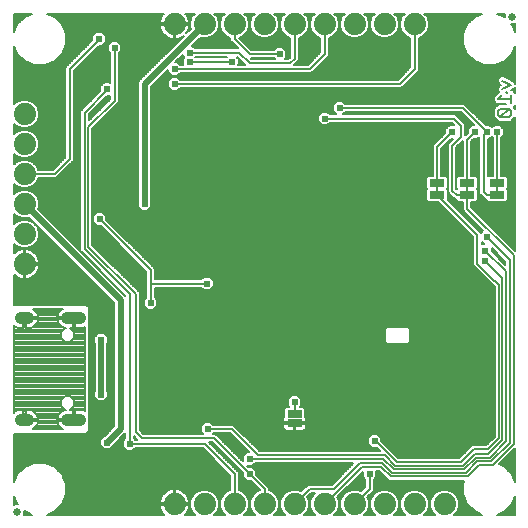
<source format=gbl>
G75*
%MOIN*%
%OFA0B0*%
%FSLAX25Y25*%
%IPPOS*%
%LPD*%
%AMOC8*
5,1,8,0,0,1.08239X$1,22.5*
%
%ADD10C,0.00800*%
%ADD11C,0.07400*%
%ADD12R,0.05000X0.02500*%
%ADD13R,0.01000X0.01600*%
%ADD14C,0.02500*%
%ADD15C,0.03937*%
%ADD16C,0.02400*%
%ADD17C,0.00600*%
%ADD18C,0.02000*%
D10*
X0194001Y0105000D02*
X0194018Y0105007D01*
X0194569Y0105376D01*
X0195039Y0105845D01*
X0195407Y0106397D01*
X0195661Y0107010D01*
X0195777Y0107592D01*
X0191641Y0107592D01*
X0191641Y0108392D01*
X0195777Y0108392D01*
X0195661Y0108975D01*
X0195407Y0109588D01*
X0195039Y0110139D01*
X0194569Y0110609D01*
X0194018Y0110977D01*
X0193405Y0111231D01*
X0192754Y0111361D01*
X0191641Y0111361D01*
X0191641Y0108392D01*
X0190841Y0108392D01*
X0190841Y0111361D01*
X0189728Y0111361D01*
X0189077Y0111231D01*
X0188464Y0110977D01*
X0187913Y0110609D01*
X0187700Y0110396D01*
X0187700Y0139604D01*
X0187913Y0139391D01*
X0188464Y0139023D01*
X0189077Y0138769D01*
X0189728Y0138639D01*
X0190841Y0138639D01*
X0190841Y0141608D01*
X0191641Y0141608D01*
X0191641Y0142408D01*
X0195777Y0142408D01*
X0195661Y0142990D01*
X0195407Y0143603D01*
X0195039Y0144155D01*
X0194569Y0144624D01*
X0194018Y0144993D01*
X0194001Y0145000D01*
X0203954Y0145000D01*
X0203937Y0144993D01*
X0203385Y0144624D01*
X0202916Y0144155D01*
X0202547Y0143603D01*
X0202293Y0142990D01*
X0202177Y0142408D01*
X0207298Y0142408D01*
X0207298Y0141608D01*
X0208098Y0141608D01*
X0208098Y0138639D01*
X0210195Y0138639D01*
X0210846Y0138769D01*
X0211300Y0138957D01*
X0211300Y0111043D01*
X0210846Y0111231D01*
X0210195Y0111361D01*
X0208098Y0111361D01*
X0208098Y0108392D01*
X0207298Y0108392D01*
X0207298Y0111361D01*
X0206573Y0111361D01*
X0207891Y0112678D01*
X0207891Y0114566D01*
X0206555Y0115902D01*
X0204667Y0115902D01*
X0203331Y0114566D01*
X0203331Y0112678D01*
X0204667Y0111343D01*
X0205110Y0111343D01*
X0204550Y0111231D01*
X0203937Y0110977D01*
X0203385Y0110609D01*
X0202916Y0110139D01*
X0202547Y0109588D01*
X0202293Y0108975D01*
X0202177Y0108392D01*
X0207298Y0108392D01*
X0207298Y0107592D01*
X0202177Y0107592D01*
X0202293Y0107010D01*
X0202547Y0106397D01*
X0202916Y0105845D01*
X0203385Y0105376D01*
X0203937Y0105007D01*
X0203954Y0105000D01*
X0194001Y0105000D01*
X0194521Y0105343D02*
X0203433Y0105343D01*
X0202717Y0106142D02*
X0195237Y0106142D01*
X0195632Y0106940D02*
X0202322Y0106940D01*
X0202206Y0108537D02*
X0195748Y0108537D01*
X0195511Y0109336D02*
X0202443Y0109336D01*
X0202913Y0110134D02*
X0195042Y0110134D01*
X0194084Y0110933D02*
X0203870Y0110933D01*
X0204278Y0111732D02*
X0187700Y0111732D01*
X0187700Y0112530D02*
X0203479Y0112530D01*
X0203331Y0113329D02*
X0187700Y0113329D01*
X0187700Y0114127D02*
X0203331Y0114127D01*
X0203691Y0114926D02*
X0187700Y0114926D01*
X0187700Y0115724D02*
X0204489Y0115724D01*
X0206733Y0115724D02*
X0211300Y0115724D01*
X0211300Y0114926D02*
X0207531Y0114926D01*
X0207891Y0114127D02*
X0211300Y0114127D01*
X0211300Y0113329D02*
X0207891Y0113329D01*
X0207743Y0112530D02*
X0211300Y0112530D01*
X0211300Y0111732D02*
X0206944Y0111732D01*
X0207298Y0110933D02*
X0208098Y0110933D01*
X0208098Y0110134D02*
X0207298Y0110134D01*
X0207298Y0109336D02*
X0208098Y0109336D01*
X0208098Y0108537D02*
X0207298Y0108537D01*
X0207298Y0107739D02*
X0191641Y0107739D01*
X0191641Y0108537D02*
X0190841Y0108537D01*
X0190841Y0109336D02*
X0191641Y0109336D01*
X0191641Y0110134D02*
X0190841Y0110134D01*
X0190841Y0110933D02*
X0191641Y0110933D01*
X0188398Y0110933D02*
X0187700Y0110933D01*
X0187700Y0116523D02*
X0211300Y0116523D01*
X0211300Y0117321D02*
X0187700Y0117321D01*
X0187700Y0118120D02*
X0211300Y0118120D01*
X0211300Y0118918D02*
X0187700Y0118918D01*
X0187700Y0119717D02*
X0211300Y0119717D01*
X0211300Y0120515D02*
X0187700Y0120515D01*
X0187700Y0121314D02*
X0211300Y0121314D01*
X0211300Y0122112D02*
X0187700Y0122112D01*
X0187700Y0122911D02*
X0211300Y0122911D01*
X0211300Y0123709D02*
X0187700Y0123709D01*
X0187700Y0124508D02*
X0211300Y0124508D01*
X0211300Y0125306D02*
X0187700Y0125306D01*
X0187700Y0126105D02*
X0211300Y0126105D01*
X0211300Y0126903D02*
X0187700Y0126903D01*
X0187700Y0127702D02*
X0211300Y0127702D01*
X0211300Y0128500D02*
X0187700Y0128500D01*
X0187700Y0129299D02*
X0211300Y0129299D01*
X0211300Y0130097D02*
X0187700Y0130097D01*
X0187700Y0130896D02*
X0211300Y0130896D01*
X0211300Y0131694D02*
X0187700Y0131694D01*
X0187700Y0132493D02*
X0211300Y0132493D01*
X0211300Y0133291D02*
X0187700Y0133291D01*
X0187700Y0134090D02*
X0211300Y0134090D01*
X0211300Y0134888D02*
X0207345Y0134888D01*
X0207891Y0135434D02*
X0207891Y0137322D01*
X0206573Y0138639D01*
X0207298Y0138639D01*
X0207298Y0141608D01*
X0202177Y0141608D01*
X0202293Y0141025D01*
X0202547Y0140412D01*
X0202916Y0139861D01*
X0203385Y0139391D01*
X0203937Y0139023D01*
X0204550Y0138769D01*
X0205110Y0138657D01*
X0204667Y0138657D01*
X0203331Y0137322D01*
X0203331Y0135434D01*
X0204667Y0134098D01*
X0206555Y0134098D01*
X0207891Y0135434D01*
X0207891Y0135687D02*
X0211300Y0135687D01*
X0211300Y0136485D02*
X0207891Y0136485D01*
X0207891Y0137284D02*
X0211300Y0137284D01*
X0211300Y0138082D02*
X0207130Y0138082D01*
X0207298Y0138881D02*
X0208098Y0138881D01*
X0208098Y0139679D02*
X0207298Y0139679D01*
X0207298Y0140478D02*
X0208098Y0140478D01*
X0208098Y0141276D02*
X0207298Y0141276D01*
X0207298Y0142075D02*
X0191641Y0142075D01*
X0191641Y0141608D02*
X0195777Y0141608D01*
X0195661Y0141025D01*
X0195407Y0140412D01*
X0195039Y0139861D01*
X0194569Y0139391D01*
X0194018Y0139023D01*
X0193405Y0138769D01*
X0192754Y0138639D01*
X0191641Y0138639D01*
X0191641Y0141608D01*
X0191641Y0141276D02*
X0190841Y0141276D01*
X0190841Y0140478D02*
X0191641Y0140478D01*
X0191641Y0139679D02*
X0190841Y0139679D01*
X0190841Y0138881D02*
X0191641Y0138881D01*
X0193675Y0138881D02*
X0204279Y0138881D01*
X0204092Y0138082D02*
X0187700Y0138082D01*
X0187700Y0137284D02*
X0203331Y0137284D01*
X0203331Y0136485D02*
X0187700Y0136485D01*
X0187700Y0135687D02*
X0203331Y0135687D01*
X0203877Y0134888D02*
X0187700Y0134888D01*
X0187700Y0138881D02*
X0188807Y0138881D01*
X0194857Y0139679D02*
X0203097Y0139679D01*
X0202520Y0140478D02*
X0195434Y0140478D01*
X0195711Y0141276D02*
X0202243Y0141276D01*
X0202270Y0142873D02*
X0195684Y0142873D01*
X0195361Y0143672D02*
X0202593Y0143672D01*
X0203231Y0144470D02*
X0194723Y0144470D01*
X0211116Y0138881D02*
X0211300Y0138881D01*
X0349196Y0209696D02*
X0349897Y0208996D01*
X0352699Y0211798D01*
X0353400Y0211097D01*
X0353400Y0209696D01*
X0352699Y0208996D01*
X0349897Y0208996D01*
X0349196Y0209696D02*
X0349196Y0211097D01*
X0349897Y0211798D01*
X0352699Y0211798D01*
X0353400Y0213600D02*
X0353400Y0216402D01*
X0353400Y0215001D02*
X0349196Y0215001D01*
X0350598Y0216402D01*
X0350598Y0218204D02*
X0353400Y0219605D01*
X0350598Y0221006D01*
D11*
X0321300Y0240000D03*
X0311300Y0240000D03*
X0301300Y0240000D03*
X0291300Y0240000D03*
X0281300Y0240000D03*
X0271300Y0240000D03*
X0261300Y0240000D03*
X0251300Y0240000D03*
X0241300Y0240000D03*
X0191300Y0210000D03*
X0191300Y0200000D03*
X0191300Y0190000D03*
X0191300Y0180000D03*
X0191300Y0170000D03*
X0191300Y0160000D03*
X0241300Y0080000D03*
X0251300Y0080000D03*
X0261300Y0080000D03*
X0271300Y0080000D03*
X0281300Y0080000D03*
X0291300Y0080000D03*
X0301300Y0080000D03*
X0311300Y0080000D03*
X0321300Y0080000D03*
X0331300Y0080000D03*
D12*
X0281300Y0106900D03*
X0281300Y0110100D03*
X0328800Y0183000D03*
X0328800Y0187000D03*
X0338800Y0187000D03*
X0338800Y0183000D03*
X0348800Y0183000D03*
X0348800Y0187000D03*
D13*
X0348800Y0185000D03*
X0338800Y0185000D03*
X0328800Y0185000D03*
D14*
X0188800Y0077500D03*
X0353800Y0242500D03*
D15*
X0205532Y0142008D02*
X0205532Y0142008D01*
X0209864Y0142008D01*
X0209864Y0142008D01*
X0205532Y0142008D01*
X0190060Y0142008D02*
X0190060Y0142008D01*
X0192422Y0142008D01*
X0192422Y0142008D01*
X0190060Y0142008D01*
X0190060Y0107992D02*
X0190060Y0107992D01*
X0192422Y0107992D01*
X0192422Y0107992D01*
X0190060Y0107992D01*
X0205532Y0107992D02*
X0205532Y0107992D01*
X0209864Y0107992D01*
X0209864Y0107992D01*
X0205532Y0107992D01*
D16*
X0216800Y0112500D03*
X0216800Y0116500D03*
X0223300Y0120000D03*
X0219800Y0126500D03*
X0216800Y0134646D03*
X0216800Y0138000D03*
X0233300Y0141000D03*
X0233300Y0147000D03*
X0228800Y0155000D03*
X0241300Y0163000D03*
X0261800Y0160000D03*
X0269800Y0160000D03*
X0278300Y0160000D03*
X0286300Y0160000D03*
X0294300Y0160000D03*
X0302800Y0160000D03*
X0310800Y0160000D03*
X0321300Y0165000D03*
X0321300Y0170000D03*
X0330300Y0173000D03*
X0337800Y0170500D03*
X0345315Y0169015D03*
X0351300Y0172500D03*
X0344851Y0164500D03*
X0344800Y0161000D03*
X0336800Y0154500D03*
X0332300Y0154500D03*
X0328300Y0154500D03*
X0320800Y0153000D03*
X0320800Y0146500D03*
X0328300Y0145000D03*
X0331300Y0145500D03*
X0335300Y0145500D03*
X0338800Y0145500D03*
X0342300Y0144500D03*
X0342300Y0141000D03*
X0328300Y0141500D03*
X0328800Y0131000D03*
X0325300Y0131000D03*
X0321300Y0131000D03*
X0321300Y0127500D03*
X0317800Y0127500D03*
X0314300Y0127500D03*
X0310800Y0127500D03*
X0302800Y0126500D03*
X0294300Y0126500D03*
X0286300Y0126500D03*
X0278300Y0126500D03*
X0269800Y0126500D03*
X0261800Y0126500D03*
X0256800Y0127500D03*
X0255300Y0123000D03*
X0255300Y0119500D03*
X0250300Y0120000D03*
X0246300Y0120000D03*
X0246300Y0115000D03*
X0250300Y0114500D03*
X0255300Y0114000D03*
X0251300Y0110000D03*
X0246300Y0110000D03*
X0252300Y0105000D03*
X0249300Y0097500D03*
X0246300Y0097500D03*
X0266300Y0095000D03*
X0266300Y0090000D03*
X0226300Y0100000D03*
X0218800Y0100500D03*
X0215300Y0100000D03*
X0190800Y0102500D03*
X0215300Y0089500D03*
X0281300Y0114000D03*
X0286300Y0115000D03*
X0287800Y0111500D03*
X0287800Y0108000D03*
X0303800Y0108000D03*
X0311300Y0110000D03*
X0311300Y0105000D03*
X0316300Y0105000D03*
X0316300Y0110000D03*
X0320300Y0110000D03*
X0321300Y0105000D03*
X0307954Y0101000D03*
X0306300Y0090000D03*
X0303800Y0114000D03*
X0311300Y0115000D03*
X0317800Y0119500D03*
X0317800Y0123000D03*
X0323800Y0123500D03*
X0323800Y0120000D03*
X0325300Y0127500D03*
X0328800Y0127500D03*
X0331800Y0126500D03*
X0335300Y0126500D03*
X0338800Y0126500D03*
X0342300Y0126500D03*
X0342300Y0130000D03*
X0310800Y0132000D03*
X0302800Y0135000D03*
X0310800Y0136500D03*
X0310800Y0140500D03*
X0310800Y0143500D03*
X0302800Y0143500D03*
X0294300Y0143500D03*
X0286300Y0143500D03*
X0278300Y0143500D03*
X0269800Y0143500D03*
X0261800Y0143500D03*
X0261800Y0149000D03*
X0261800Y0152000D03*
X0269800Y0151500D03*
X0278300Y0151500D03*
X0286300Y0151500D03*
X0294300Y0151500D03*
X0302800Y0151500D03*
X0310800Y0151500D03*
X0341300Y0149500D03*
X0294300Y0135000D03*
X0286300Y0135000D03*
X0278300Y0135000D03*
X0269800Y0135000D03*
X0261800Y0135500D03*
X0261800Y0132000D03*
X0251300Y0130000D03*
X0250300Y0125000D03*
X0246300Y0125000D03*
X0251800Y0149000D03*
X0252100Y0153500D03*
X0261800Y0167500D03*
X0261800Y0171000D03*
X0269800Y0168500D03*
X0278300Y0168500D03*
X0286300Y0168500D03*
X0294300Y0168500D03*
X0302800Y0168500D03*
X0310800Y0168500D03*
X0310800Y0176500D03*
X0310800Y0179500D03*
X0302800Y0176500D03*
X0294300Y0176500D03*
X0286300Y0176500D03*
X0278300Y0176500D03*
X0269800Y0176500D03*
X0261800Y0176500D03*
X0261800Y0185000D03*
X0269800Y0185000D03*
X0278300Y0185000D03*
X0286300Y0185000D03*
X0294300Y0185000D03*
X0302800Y0185000D03*
X0310800Y0184000D03*
X0310800Y0188000D03*
X0310800Y0192000D03*
X0314300Y0192000D03*
X0317800Y0192000D03*
X0321300Y0192000D03*
X0317300Y0197000D03*
X0317300Y0201000D03*
X0311300Y0205000D03*
X0306300Y0205000D03*
X0301300Y0205000D03*
X0291300Y0208500D03*
X0286300Y0205000D03*
X0281300Y0205000D03*
X0276300Y0205000D03*
X0271300Y0205000D03*
X0255800Y0201000D03*
X0255800Y0196500D03*
X0261300Y0193500D03*
X0269800Y0193500D03*
X0278300Y0193500D03*
X0286300Y0193500D03*
X0294300Y0193500D03*
X0302800Y0193500D03*
X0321300Y0188000D03*
X0321300Y0184500D03*
X0321300Y0180500D03*
X0321300Y0177000D03*
X0333800Y0204000D03*
X0341300Y0204000D03*
X0345315Y0204000D03*
X0348800Y0204000D03*
X0296300Y0212000D03*
X0276300Y0215000D03*
X0271300Y0215000D03*
X0256300Y0215000D03*
X0251300Y0215000D03*
X0241300Y0220000D03*
X0236300Y0220000D03*
X0227300Y0220000D03*
X0218800Y0218300D03*
X0226300Y0210000D03*
X0236300Y0210000D03*
X0241300Y0225000D03*
X0246300Y0227500D03*
X0246300Y0230500D03*
X0260316Y0227500D03*
X0276300Y0230000D03*
X0221300Y0232100D03*
X0216217Y0235083D03*
X0217800Y0192000D03*
X0215800Y0183500D03*
X0223800Y0178000D03*
X0227800Y0177000D03*
X0231300Y0180000D03*
X0236300Y0180000D03*
X0249300Y0184500D03*
X0250800Y0190000D03*
X0216300Y0175000D03*
X0216300Y0170000D03*
X0190800Y0148000D03*
X0331300Y0235000D03*
D17*
X0337500Y0234803D02*
X0322700Y0234803D01*
X0322700Y0235384D02*
X0324019Y0235931D01*
X0325369Y0237281D01*
X0326100Y0239045D01*
X0326100Y0240955D01*
X0325369Y0242719D01*
X0324588Y0243500D01*
X0343825Y0243500D01*
X0341315Y0242460D01*
X0338840Y0239985D01*
X0338840Y0239985D01*
X0337500Y0236750D01*
X0337500Y0233250D01*
X0338840Y0230015D01*
X0341315Y0227540D01*
X0344550Y0226200D01*
X0348050Y0226200D01*
X0351285Y0227540D01*
X0353760Y0230015D01*
X0354800Y0232525D01*
X0354800Y0220159D01*
X0354789Y0220180D01*
X0354627Y0220668D01*
X0354518Y0220723D01*
X0354464Y0220831D01*
X0353975Y0220994D01*
X0350713Y0222625D01*
X0349534Y0222232D01*
X0348978Y0221121D01*
X0349371Y0219942D01*
X0350046Y0219605D01*
X0349371Y0219267D01*
X0348978Y0218088D01*
X0349373Y0217299D01*
X0348575Y0216501D01*
X0347696Y0215622D01*
X0347696Y0214379D01*
X0348575Y0213501D01*
X0351900Y0213501D01*
X0351900Y0213298D01*
X0349276Y0213298D01*
X0348575Y0212597D01*
X0348086Y0212108D01*
X0347696Y0211719D01*
X0347696Y0209075D01*
X0348097Y0208674D01*
X0348575Y0208196D01*
X0348575Y0208196D01*
X0349225Y0207547D01*
X0349276Y0207496D01*
X0353321Y0207496D01*
X0354021Y0208196D01*
X0354800Y0208975D01*
X0354800Y0164480D01*
X0340200Y0179080D01*
X0340200Y0180650D01*
X0341756Y0180650D01*
X0342400Y0181294D01*
X0342400Y0184706D01*
X0342106Y0185000D01*
X0342400Y0185294D01*
X0342400Y0188706D01*
X0341756Y0189350D01*
X0340200Y0189350D01*
X0340200Y0200920D01*
X0340980Y0201700D01*
X0342253Y0201700D01*
X0342900Y0202347D01*
X0342900Y0183420D01*
X0343720Y0182600D01*
X0344720Y0181600D01*
X0345200Y0181600D01*
X0345200Y0181294D01*
X0345844Y0180650D01*
X0351756Y0180650D01*
X0352400Y0181294D01*
X0352400Y0184706D01*
X0352106Y0185000D01*
X0352400Y0185294D01*
X0352400Y0188706D01*
X0351756Y0189350D01*
X0350200Y0189350D01*
X0350200Y0202147D01*
X0351100Y0203047D01*
X0351100Y0204953D01*
X0349753Y0206300D01*
X0347847Y0206300D01*
X0347058Y0205510D01*
X0346268Y0206300D01*
X0344995Y0206300D01*
X0337895Y0213400D01*
X0298153Y0213400D01*
X0297253Y0214300D01*
X0295347Y0214300D01*
X0294000Y0212953D01*
X0294000Y0211047D01*
X0295147Y0209900D01*
X0293153Y0209900D01*
X0292253Y0210800D01*
X0290347Y0210800D01*
X0289000Y0209453D01*
X0289000Y0207547D01*
X0290347Y0206200D01*
X0292253Y0206200D01*
X0293153Y0207100D01*
X0333720Y0207100D01*
X0334520Y0206300D01*
X0332847Y0206300D01*
X0331500Y0204953D01*
X0331500Y0203680D01*
X0233400Y0203680D01*
X0233400Y0204278D02*
X0331500Y0204278D01*
X0331500Y0203680D02*
X0327400Y0199580D01*
X0327400Y0189350D01*
X0325844Y0189350D01*
X0325200Y0188706D01*
X0325200Y0185294D01*
X0325494Y0185000D01*
X0325200Y0184706D01*
X0325200Y0181294D01*
X0325844Y0180650D01*
X0329170Y0180650D01*
X0340815Y0169005D01*
X0340815Y0159535D01*
X0347350Y0153000D01*
X0347372Y0153000D01*
X0347951Y0152420D01*
X0347951Y0102431D01*
X0345220Y0099700D01*
X0340520Y0099700D01*
X0336220Y0095400D01*
X0315880Y0095400D01*
X0310254Y0101026D01*
X0310254Y0101953D01*
X0308906Y0103300D01*
X0307001Y0103300D01*
X0305654Y0101953D01*
X0305654Y0100047D01*
X0307001Y0098700D01*
X0308620Y0098700D01*
X0309720Y0097600D01*
X0269680Y0097600D01*
X0260880Y0106400D01*
X0254153Y0106400D01*
X0253253Y0107300D01*
X0251347Y0107300D01*
X0250000Y0105953D01*
X0250000Y0104047D01*
X0250647Y0103400D01*
X0230880Y0103400D01*
X0229700Y0104580D01*
X0229700Y0150580D01*
X0213900Y0166380D01*
X0213900Y0205120D01*
X0221880Y0213100D01*
X0222700Y0213920D01*
X0222700Y0230247D01*
X0223600Y0231147D01*
X0223600Y0233053D01*
X0222253Y0234400D01*
X0220347Y0234400D01*
X0219000Y0233053D01*
X0219000Y0231147D01*
X0219900Y0230247D01*
X0219900Y0220453D01*
X0219753Y0220600D01*
X0217847Y0220600D01*
X0216500Y0219253D01*
X0216500Y0217680D01*
X0209900Y0211080D01*
X0209900Y0164420D01*
X0210720Y0163600D01*
X0224900Y0149420D01*
X0224900Y0149370D01*
X0224170Y0150100D01*
X0195844Y0178426D01*
X0196100Y0179045D01*
X0196100Y0180955D01*
X0195369Y0182719D01*
X0194019Y0184069D01*
X0192255Y0184800D01*
X0190345Y0184800D01*
X0188581Y0184069D01*
X0187800Y0183288D01*
X0187800Y0186712D01*
X0188581Y0185931D01*
X0190345Y0185200D01*
X0192255Y0185200D01*
X0194019Y0185931D01*
X0195369Y0187281D01*
X0195916Y0188600D01*
X0201880Y0188600D01*
X0206880Y0193600D01*
X0207700Y0194420D01*
X0207700Y0224420D01*
X0216063Y0232783D01*
X0217169Y0232783D01*
X0218517Y0234131D01*
X0218517Y0236036D01*
X0217169Y0237383D01*
X0215264Y0237383D01*
X0213917Y0236036D01*
X0213917Y0234596D01*
X0204900Y0225580D01*
X0204900Y0195580D01*
X0200720Y0191400D01*
X0195916Y0191400D01*
X0195369Y0192719D01*
X0194019Y0194069D01*
X0192255Y0194800D01*
X0190345Y0194800D01*
X0188581Y0194069D01*
X0187800Y0193288D01*
X0187800Y0196712D01*
X0188581Y0195931D01*
X0190345Y0195200D01*
X0192255Y0195200D01*
X0194019Y0195931D01*
X0195369Y0197281D01*
X0196100Y0199045D01*
X0196100Y0200955D01*
X0195369Y0202719D01*
X0194019Y0204069D01*
X0192255Y0204800D01*
X0190345Y0204800D01*
X0188581Y0204069D01*
X0187800Y0203288D01*
X0187800Y0206712D01*
X0188581Y0205931D01*
X0190345Y0205200D01*
X0192255Y0205200D01*
X0194019Y0205931D01*
X0195369Y0207281D01*
X0196100Y0209045D01*
X0196100Y0210955D01*
X0195369Y0212719D01*
X0194019Y0214069D01*
X0192255Y0214800D01*
X0190345Y0214800D01*
X0188581Y0214069D01*
X0187800Y0213288D01*
X0187800Y0232525D01*
X0188840Y0230015D01*
X0191315Y0227540D01*
X0194550Y0226200D01*
X0198050Y0226200D01*
X0201285Y0227540D01*
X0203760Y0230015D01*
X0205100Y0233250D01*
X0205100Y0236750D01*
X0203760Y0239985D01*
X0201285Y0242460D01*
X0201285Y0242460D01*
X0198775Y0243500D01*
X0237729Y0243500D01*
X0237486Y0243257D01*
X0237024Y0242621D01*
X0236666Y0241919D01*
X0236423Y0241171D01*
X0236300Y0240394D01*
X0236300Y0240300D01*
X0241000Y0240300D01*
X0241000Y0239700D01*
X0241600Y0239700D01*
X0241600Y0240300D01*
X0246300Y0240300D01*
X0246300Y0240394D01*
X0246177Y0241171D01*
X0245934Y0241919D01*
X0245576Y0242621D01*
X0245114Y0243257D01*
X0244871Y0243500D01*
X0248012Y0243500D01*
X0247231Y0242719D01*
X0246500Y0240955D01*
X0246500Y0239045D01*
X0246756Y0238426D01*
X0245222Y0236892D01*
X0245576Y0237379D01*
X0245934Y0238081D01*
X0246177Y0238829D01*
X0246300Y0239606D01*
X0246300Y0239700D01*
X0241600Y0239700D01*
X0241600Y0235000D01*
X0241694Y0235000D01*
X0242471Y0235123D01*
X0243219Y0235366D01*
X0243921Y0235724D01*
X0244408Y0236078D01*
X0229200Y0220870D01*
X0229200Y0181153D01*
X0229000Y0180953D01*
X0229000Y0179047D01*
X0230347Y0177700D01*
X0232253Y0177700D01*
X0233600Y0179047D01*
X0233600Y0180953D01*
X0233400Y0181153D01*
X0233400Y0219130D01*
X0239000Y0224730D01*
X0239000Y0224047D01*
X0240347Y0222700D01*
X0242253Y0222700D01*
X0243153Y0223600D01*
X0286880Y0223600D01*
X0287700Y0224420D01*
X0292700Y0229420D01*
X0292700Y0235384D01*
X0294019Y0235931D01*
X0295369Y0237281D01*
X0296100Y0239045D01*
X0296100Y0240955D01*
X0295369Y0242719D01*
X0294588Y0243500D01*
X0298012Y0243500D01*
X0297231Y0242719D01*
X0296500Y0240955D01*
X0296500Y0239045D01*
X0297231Y0237281D01*
X0298581Y0235931D01*
X0300345Y0235200D01*
X0302255Y0235200D01*
X0304019Y0235931D01*
X0305369Y0237281D01*
X0306100Y0239045D01*
X0306100Y0240955D01*
X0305369Y0242719D01*
X0304588Y0243500D01*
X0308012Y0243500D01*
X0307231Y0242719D01*
X0306500Y0240955D01*
X0306500Y0239045D01*
X0307231Y0237281D01*
X0308581Y0235931D01*
X0310345Y0235200D01*
X0312255Y0235200D01*
X0314019Y0235931D01*
X0315369Y0237281D01*
X0316100Y0239045D01*
X0316100Y0240955D01*
X0315369Y0242719D01*
X0314588Y0243500D01*
X0318012Y0243500D01*
X0317231Y0242719D01*
X0316500Y0240955D01*
X0316500Y0239045D01*
X0317231Y0237281D01*
X0318581Y0235931D01*
X0319900Y0235384D01*
X0319900Y0225580D01*
X0315720Y0221400D01*
X0243153Y0221400D01*
X0242253Y0222300D01*
X0240347Y0222300D01*
X0239000Y0220953D01*
X0239000Y0219047D01*
X0240347Y0217700D01*
X0242253Y0217700D01*
X0243153Y0218600D01*
X0316880Y0218600D01*
X0317700Y0219420D01*
X0322700Y0224420D01*
X0322700Y0235384D01*
X0322740Y0235401D02*
X0337500Y0235401D01*
X0337500Y0236000D02*
X0324088Y0236000D01*
X0324686Y0236598D02*
X0337500Y0236598D01*
X0337685Y0237197D02*
X0325285Y0237197D01*
X0325582Y0237795D02*
X0337933Y0237795D01*
X0338181Y0238394D02*
X0325830Y0238394D01*
X0326078Y0238992D02*
X0338429Y0238992D01*
X0338676Y0239591D02*
X0326100Y0239591D01*
X0326100Y0240189D02*
X0339044Y0240189D01*
X0339643Y0240788D02*
X0326100Y0240788D01*
X0325921Y0241386D02*
X0340241Y0241386D01*
X0340840Y0241985D02*
X0325673Y0241985D01*
X0325425Y0242583D02*
X0341612Y0242583D01*
X0341315Y0242460D02*
X0341315Y0242460D01*
X0343057Y0243182D02*
X0324907Y0243182D01*
X0321300Y0240000D02*
X0321300Y0225000D01*
X0316300Y0220000D01*
X0241300Y0220000D01*
X0242917Y0221635D02*
X0315955Y0221635D01*
X0316554Y0222234D02*
X0242319Y0222234D01*
X0242385Y0222832D02*
X0317152Y0222832D01*
X0317751Y0223431D02*
X0242983Y0223431D01*
X0241300Y0225000D02*
X0286300Y0225000D01*
X0291300Y0230000D01*
X0291300Y0240000D01*
X0294686Y0236598D02*
X0297914Y0236598D01*
X0298512Y0236000D02*
X0294088Y0236000D01*
X0292740Y0235401D02*
X0299860Y0235401D01*
X0302740Y0235401D02*
X0309860Y0235401D01*
X0308512Y0236000D02*
X0304088Y0236000D01*
X0304686Y0236598D02*
X0307914Y0236598D01*
X0307315Y0237197D02*
X0305285Y0237197D01*
X0305582Y0237795D02*
X0307018Y0237795D01*
X0306770Y0238394D02*
X0305830Y0238394D01*
X0306078Y0238992D02*
X0306522Y0238992D01*
X0306500Y0239591D02*
X0306100Y0239591D01*
X0306100Y0240189D02*
X0306500Y0240189D01*
X0306500Y0240788D02*
X0306100Y0240788D01*
X0305921Y0241386D02*
X0306679Y0241386D01*
X0306927Y0241985D02*
X0305673Y0241985D01*
X0305425Y0242583D02*
X0307175Y0242583D01*
X0307693Y0243182D02*
X0304907Y0243182D01*
X0297693Y0243182D02*
X0294907Y0243182D01*
X0295425Y0242583D02*
X0297175Y0242583D01*
X0296927Y0241985D02*
X0295673Y0241985D01*
X0295921Y0241386D02*
X0296679Y0241386D01*
X0296500Y0240788D02*
X0296100Y0240788D01*
X0296100Y0240189D02*
X0296500Y0240189D01*
X0296500Y0239591D02*
X0296100Y0239591D01*
X0296078Y0238992D02*
X0296522Y0238992D01*
X0296770Y0238394D02*
X0295830Y0238394D01*
X0295582Y0237795D02*
X0297018Y0237795D01*
X0297315Y0237197D02*
X0295285Y0237197D01*
X0292700Y0234803D02*
X0319900Y0234803D01*
X0319900Y0234204D02*
X0292700Y0234204D01*
X0292700Y0233605D02*
X0319900Y0233605D01*
X0319900Y0233007D02*
X0292700Y0233007D01*
X0292700Y0232408D02*
X0319900Y0232408D01*
X0319900Y0231810D02*
X0292700Y0231810D01*
X0292700Y0231211D02*
X0319900Y0231211D01*
X0319900Y0230613D02*
X0292700Y0230613D01*
X0292700Y0230014D02*
X0319900Y0230014D01*
X0319900Y0229416D02*
X0292696Y0229416D01*
X0292097Y0228817D02*
X0319900Y0228817D01*
X0319900Y0228219D02*
X0291499Y0228219D01*
X0290900Y0227620D02*
X0319900Y0227620D01*
X0319900Y0227022D02*
X0290302Y0227022D01*
X0289703Y0226423D02*
X0319900Y0226423D01*
X0319900Y0225825D02*
X0289105Y0225825D01*
X0288506Y0225226D02*
X0319546Y0225226D01*
X0318948Y0224628D02*
X0287908Y0224628D01*
X0287309Y0224029D02*
X0318349Y0224029D01*
X0320514Y0222234D02*
X0349538Y0222234D01*
X0349235Y0221635D02*
X0319915Y0221635D01*
X0319317Y0221037D02*
X0349006Y0221037D01*
X0349206Y0220438D02*
X0318718Y0220438D01*
X0318120Y0219840D02*
X0349576Y0219840D01*
X0349362Y0219241D02*
X0317521Y0219241D01*
X0316923Y0218643D02*
X0349163Y0218643D01*
X0349000Y0218044D02*
X0242597Y0218044D01*
X0240003Y0218044D02*
X0233400Y0218044D01*
X0233400Y0217446D02*
X0349299Y0217446D01*
X0348922Y0216847D02*
X0233400Y0216847D01*
X0233400Y0216249D02*
X0348323Y0216249D01*
X0348575Y0216501D02*
X0348575Y0216501D01*
X0347724Y0215650D02*
X0233400Y0215650D01*
X0233400Y0215052D02*
X0347696Y0215052D01*
X0347696Y0214453D02*
X0233400Y0214453D01*
X0233400Y0213855D02*
X0294902Y0213855D01*
X0294303Y0213256D02*
X0233400Y0213256D01*
X0233400Y0212658D02*
X0294000Y0212658D01*
X0294000Y0212059D02*
X0233400Y0212059D01*
X0233400Y0211461D02*
X0294000Y0211461D01*
X0294185Y0210862D02*
X0233400Y0210862D01*
X0233400Y0210264D02*
X0289811Y0210264D01*
X0289212Y0209665D02*
X0233400Y0209665D01*
X0233400Y0209067D02*
X0289000Y0209067D01*
X0289000Y0208468D02*
X0233400Y0208468D01*
X0233400Y0207870D02*
X0289000Y0207870D01*
X0289276Y0207271D02*
X0233400Y0207271D01*
X0233400Y0206672D02*
X0289875Y0206672D01*
X0291300Y0208500D02*
X0334300Y0208500D01*
X0336800Y0206000D01*
X0336800Y0202500D01*
X0333800Y0199500D01*
X0333800Y0184500D01*
X0335300Y0183000D01*
X0338800Y0183000D01*
X0338800Y0178500D01*
X0354300Y0163000D01*
X0354300Y0100000D01*
X0347300Y0093000D01*
X0342800Y0093000D01*
X0339000Y0089200D01*
X0313312Y0089200D01*
X0310012Y0092500D01*
X0303800Y0092500D01*
X0291300Y0080000D01*
X0287891Y0083379D02*
X0286659Y0083379D01*
X0286880Y0083600D02*
X0288112Y0083600D01*
X0287231Y0082719D01*
X0286500Y0080955D01*
X0286500Y0079045D01*
X0287231Y0077281D01*
X0288012Y0076500D01*
X0284588Y0076500D01*
X0285369Y0077281D01*
X0286100Y0079045D01*
X0286100Y0080955D01*
X0285554Y0082274D01*
X0286880Y0083600D01*
X0287292Y0082781D02*
X0286061Y0082781D01*
X0285592Y0082182D02*
X0287008Y0082182D01*
X0286760Y0081584D02*
X0285840Y0081584D01*
X0286087Y0080985D02*
X0286513Y0080985D01*
X0286500Y0080387D02*
X0286100Y0080387D01*
X0286100Y0079788D02*
X0286500Y0079788D01*
X0286500Y0079190D02*
X0286100Y0079190D01*
X0285912Y0078591D02*
X0286688Y0078591D01*
X0286936Y0077993D02*
X0285664Y0077993D01*
X0285416Y0077394D02*
X0287184Y0077394D01*
X0287716Y0076796D02*
X0284884Y0076796D01*
X0281300Y0080000D02*
X0286300Y0085000D01*
X0294300Y0085000D01*
X0303000Y0093700D01*
X0310509Y0093700D01*
X0313809Y0090400D01*
X0338397Y0090400D01*
X0342197Y0094200D01*
X0346803Y0094200D01*
X0352951Y0100349D01*
X0352951Y0161379D01*
X0345315Y0169015D01*
X0343615Y0167462D02*
X0344277Y0166800D01*
X0343899Y0166800D01*
X0343615Y0166516D01*
X0343615Y0167462D01*
X0343615Y0167171D02*
X0343907Y0167171D01*
X0343671Y0166572D02*
X0343615Y0166572D01*
X0344851Y0164500D02*
X0351751Y0157600D01*
X0351751Y0100846D01*
X0346406Y0095500D01*
X0341800Y0095500D01*
X0337900Y0091600D01*
X0314306Y0091600D01*
X0310906Y0095000D01*
X0266300Y0095000D01*
X0264594Y0096546D02*
X0261733Y0096546D01*
X0261135Y0097145D02*
X0265192Y0097145D01*
X0265347Y0097300D02*
X0266020Y0097300D01*
X0259720Y0103600D01*
X0254153Y0103600D01*
X0253953Y0103400D01*
X0254880Y0103400D01*
X0255700Y0102580D01*
X0255700Y0102580D01*
X0264000Y0094280D01*
X0264000Y0095953D01*
X0265347Y0097300D01*
X0265577Y0097743D02*
X0260536Y0097743D01*
X0259938Y0098342D02*
X0264978Y0098342D01*
X0264380Y0098940D02*
X0259339Y0098940D01*
X0258741Y0099539D02*
X0263781Y0099539D01*
X0263183Y0100137D02*
X0258142Y0100137D01*
X0257544Y0100736D02*
X0262584Y0100736D01*
X0261986Y0101334D02*
X0256945Y0101334D01*
X0256347Y0101933D02*
X0261387Y0101933D01*
X0260789Y0102532D02*
X0255748Y0102532D01*
X0255150Y0103130D02*
X0260190Y0103130D01*
X0260300Y0105000D02*
X0252300Y0105000D01*
X0250000Y0104926D02*
X0229700Y0104926D01*
X0229700Y0105524D02*
X0250000Y0105524D01*
X0250170Y0106123D02*
X0229700Y0106123D01*
X0229700Y0106721D02*
X0250768Y0106721D01*
X0250000Y0104327D02*
X0229953Y0104327D01*
X0230551Y0103729D02*
X0250319Y0103729D01*
X0251300Y0100000D02*
X0261300Y0090000D01*
X0261300Y0080000D01*
X0264709Y0083379D02*
X0267891Y0083379D01*
X0267292Y0082781D02*
X0265308Y0082781D01*
X0265369Y0082719D02*
X0264019Y0084069D01*
X0262700Y0084616D01*
X0262700Y0090580D01*
X0252680Y0100600D01*
X0253720Y0100600D01*
X0264000Y0090320D01*
X0264000Y0089047D01*
X0265347Y0087700D01*
X0266620Y0087700D01*
X0269762Y0084558D01*
X0268581Y0084069D01*
X0267231Y0082719D01*
X0266500Y0080955D01*
X0266500Y0079045D01*
X0267231Y0077281D01*
X0268012Y0076500D01*
X0264588Y0076500D01*
X0265369Y0077281D01*
X0266100Y0079045D01*
X0266100Y0080955D01*
X0265369Y0082719D01*
X0265592Y0082182D02*
X0267008Y0082182D01*
X0266760Y0081584D02*
X0265840Y0081584D01*
X0266087Y0080985D02*
X0266513Y0080985D01*
X0266500Y0080387D02*
X0266100Y0080387D01*
X0266100Y0079788D02*
X0266500Y0079788D01*
X0266500Y0079190D02*
X0266100Y0079190D01*
X0265912Y0078591D02*
X0266688Y0078591D01*
X0266936Y0077993D02*
X0265664Y0077993D01*
X0265416Y0077394D02*
X0267184Y0077394D01*
X0267716Y0076796D02*
X0264884Y0076796D01*
X0258012Y0076500D02*
X0254588Y0076500D01*
X0255369Y0077281D01*
X0256100Y0079045D01*
X0256100Y0080955D01*
X0255369Y0082719D01*
X0254019Y0084069D01*
X0252255Y0084800D01*
X0250345Y0084800D01*
X0248581Y0084069D01*
X0247231Y0082719D01*
X0246500Y0080955D01*
X0246500Y0079045D01*
X0247231Y0077281D01*
X0248012Y0076500D01*
X0244871Y0076500D01*
X0245114Y0076743D01*
X0245576Y0077379D01*
X0245934Y0078081D01*
X0246177Y0078829D01*
X0246300Y0079606D01*
X0246300Y0079700D01*
X0241600Y0079700D01*
X0241600Y0080300D01*
X0241000Y0080300D01*
X0241000Y0085000D01*
X0240906Y0085000D01*
X0240129Y0084877D01*
X0239381Y0084634D01*
X0238679Y0084276D01*
X0238043Y0083814D01*
X0237486Y0083257D01*
X0237024Y0082621D01*
X0236666Y0081919D01*
X0236423Y0081171D01*
X0236300Y0080394D01*
X0236300Y0080300D01*
X0241000Y0080300D01*
X0241000Y0079700D01*
X0236300Y0079700D01*
X0236300Y0079606D01*
X0236423Y0078829D01*
X0236666Y0078081D01*
X0237024Y0077379D01*
X0237486Y0076743D01*
X0237729Y0076500D01*
X0198775Y0076500D01*
X0201285Y0077540D01*
X0203760Y0080015D01*
X0205100Y0083250D01*
X0205100Y0086750D01*
X0203760Y0089985D01*
X0201285Y0092460D01*
X0201285Y0092460D01*
X0198050Y0093800D01*
X0194550Y0093800D01*
X0191315Y0092460D01*
X0188840Y0089985D01*
X0188840Y0089985D01*
X0187800Y0087475D01*
X0187800Y0103500D01*
X0211921Y0103500D01*
X0212800Y0104379D01*
X0212800Y0105621D01*
X0212800Y0107064D01*
X0212931Y0107382D01*
X0212931Y0108602D01*
X0212800Y0108920D01*
X0212800Y0141080D01*
X0212931Y0141398D01*
X0212931Y0142618D01*
X0212800Y0142936D01*
X0212800Y0145621D01*
X0211921Y0146500D01*
X0187800Y0146500D01*
X0187800Y0156429D01*
X0188043Y0156186D01*
X0188679Y0155724D01*
X0189381Y0155366D01*
X0190129Y0155123D01*
X0190906Y0155000D01*
X0191000Y0155000D01*
X0191000Y0159700D01*
X0191600Y0159700D01*
X0191600Y0160300D01*
X0191000Y0160300D01*
X0191000Y0165000D01*
X0190906Y0165000D01*
X0190129Y0164877D01*
X0189381Y0164634D01*
X0188679Y0164276D01*
X0188043Y0163814D01*
X0187800Y0163571D01*
X0187800Y0166712D01*
X0188581Y0165931D01*
X0190345Y0165200D01*
X0192255Y0165200D01*
X0194019Y0165931D01*
X0195369Y0167281D01*
X0196100Y0169045D01*
X0196100Y0170955D01*
X0195369Y0172719D01*
X0194019Y0174069D01*
X0192255Y0174800D01*
X0190345Y0174800D01*
X0188581Y0174069D01*
X0187800Y0173288D01*
X0187800Y0176712D01*
X0188581Y0175931D01*
X0190345Y0175200D01*
X0192255Y0175200D01*
X0192874Y0175456D01*
X0221200Y0147130D01*
X0221200Y0121153D01*
X0221000Y0120953D01*
X0221000Y0119047D01*
X0221200Y0118847D01*
X0221200Y0105870D01*
X0218130Y0102800D01*
X0217847Y0102800D01*
X0216500Y0101453D01*
X0216500Y0099547D01*
X0217847Y0098200D01*
X0219753Y0098200D01*
X0221100Y0099547D01*
X0221100Y0099830D01*
X0224170Y0102900D01*
X0224900Y0103630D01*
X0224900Y0101853D01*
X0224000Y0100953D01*
X0224000Y0099047D01*
X0225347Y0097700D01*
X0227253Y0097700D01*
X0228153Y0098600D01*
X0250720Y0098600D01*
X0259900Y0089420D01*
X0259900Y0084616D01*
X0258581Y0084069D01*
X0257231Y0082719D01*
X0256500Y0080955D01*
X0256500Y0079045D01*
X0257231Y0077281D01*
X0258012Y0076500D01*
X0257716Y0076796D02*
X0254884Y0076796D01*
X0255416Y0077394D02*
X0257184Y0077394D01*
X0256936Y0077993D02*
X0255664Y0077993D01*
X0255912Y0078591D02*
X0256688Y0078591D01*
X0256500Y0079190D02*
X0256100Y0079190D01*
X0256100Y0079788D02*
X0256500Y0079788D01*
X0256500Y0080387D02*
X0256100Y0080387D01*
X0256087Y0080985D02*
X0256513Y0080985D01*
X0256760Y0081584D02*
X0255840Y0081584D01*
X0255592Y0082182D02*
X0257008Y0082182D01*
X0257292Y0082781D02*
X0255308Y0082781D01*
X0254709Y0083379D02*
X0257891Y0083379D01*
X0258489Y0083978D02*
X0254111Y0083978D01*
X0252795Y0084576D02*
X0259805Y0084576D01*
X0259900Y0085175D02*
X0205100Y0085175D01*
X0205100Y0085773D02*
X0259900Y0085773D01*
X0259900Y0086372D02*
X0205100Y0086372D01*
X0205009Y0086970D02*
X0259900Y0086970D01*
X0259900Y0087569D02*
X0204761Y0087569D01*
X0204513Y0088167D02*
X0259900Y0088167D01*
X0259900Y0088766D02*
X0204265Y0088766D01*
X0204017Y0089364D02*
X0259900Y0089364D01*
X0259357Y0089963D02*
X0203769Y0089963D01*
X0203760Y0089985D02*
X0203760Y0089985D01*
X0203184Y0090561D02*
X0258759Y0090561D01*
X0258160Y0091160D02*
X0202585Y0091160D01*
X0201987Y0091758D02*
X0257562Y0091758D01*
X0256963Y0092357D02*
X0201388Y0092357D01*
X0200090Y0092955D02*
X0256365Y0092955D01*
X0255766Y0093554D02*
X0198645Y0093554D01*
X0193955Y0093554D02*
X0187800Y0093554D01*
X0187800Y0094152D02*
X0255168Y0094152D01*
X0254569Y0094751D02*
X0187800Y0094751D01*
X0187800Y0095349D02*
X0253971Y0095349D01*
X0253372Y0095948D02*
X0187800Y0095948D01*
X0187800Y0096546D02*
X0252774Y0096546D01*
X0252175Y0097145D02*
X0187800Y0097145D01*
X0187800Y0097743D02*
X0225304Y0097743D01*
X0224705Y0098342D02*
X0219895Y0098342D01*
X0220493Y0098940D02*
X0224107Y0098940D01*
X0224000Y0099539D02*
X0221092Y0099539D01*
X0221407Y0100137D02*
X0224000Y0100137D01*
X0224000Y0100736D02*
X0222006Y0100736D01*
X0222604Y0101334D02*
X0224382Y0101334D01*
X0224900Y0101933D02*
X0223203Y0101933D01*
X0223801Y0102532D02*
X0224900Y0102532D01*
X0224900Y0103130D02*
X0224400Y0103130D01*
X0227700Y0102620D02*
X0227720Y0102600D01*
X0228900Y0101420D01*
X0228920Y0101400D01*
X0228153Y0101400D01*
X0227700Y0101853D01*
X0227700Y0102620D01*
X0227700Y0102532D02*
X0227789Y0102532D01*
X0227700Y0101933D02*
X0228387Y0101933D01*
X0228900Y0101420D02*
X0228900Y0101420D01*
X0230300Y0102000D02*
X0228300Y0104000D01*
X0228300Y0150000D01*
X0212500Y0165800D01*
X0212500Y0205700D01*
X0221300Y0214500D01*
X0221300Y0232100D01*
X0223047Y0233605D02*
X0241936Y0233605D01*
X0241337Y0233007D02*
X0223600Y0233007D01*
X0223600Y0232408D02*
X0240739Y0232408D01*
X0240140Y0231810D02*
X0223600Y0231810D01*
X0223600Y0231211D02*
X0239542Y0231211D01*
X0238943Y0230613D02*
X0223066Y0230613D01*
X0222700Y0230014D02*
X0238345Y0230014D01*
X0237746Y0229416D02*
X0222700Y0229416D01*
X0222700Y0228817D02*
X0237148Y0228817D01*
X0236549Y0228219D02*
X0222700Y0228219D01*
X0222700Y0227620D02*
X0235951Y0227620D01*
X0235352Y0227022D02*
X0222700Y0227022D01*
X0222700Y0226423D02*
X0234754Y0226423D01*
X0234155Y0225825D02*
X0222700Y0225825D01*
X0222700Y0225226D02*
X0233557Y0225226D01*
X0232958Y0224628D02*
X0222700Y0224628D01*
X0222700Y0224029D02*
X0232359Y0224029D01*
X0231761Y0223431D02*
X0222700Y0223431D01*
X0222700Y0222832D02*
X0231162Y0222832D01*
X0230564Y0222234D02*
X0222700Y0222234D01*
X0222700Y0221635D02*
X0229965Y0221635D01*
X0229367Y0221037D02*
X0222700Y0221037D01*
X0222700Y0220438D02*
X0229200Y0220438D01*
X0229200Y0219840D02*
X0222700Y0219840D01*
X0222700Y0219241D02*
X0229200Y0219241D01*
X0229200Y0218643D02*
X0222700Y0218643D01*
X0222700Y0218044D02*
X0229200Y0218044D01*
X0229200Y0217446D02*
X0222700Y0217446D01*
X0222700Y0216847D02*
X0229200Y0216847D01*
X0229200Y0216249D02*
X0222700Y0216249D01*
X0222700Y0215650D02*
X0229200Y0215650D01*
X0229200Y0215052D02*
X0222700Y0215052D01*
X0222700Y0214453D02*
X0229200Y0214453D01*
X0229200Y0213855D02*
X0222635Y0213855D01*
X0222036Y0213256D02*
X0229200Y0213256D01*
X0229200Y0212658D02*
X0221437Y0212658D01*
X0220839Y0212059D02*
X0229200Y0212059D01*
X0229200Y0211461D02*
X0220240Y0211461D01*
X0219642Y0210862D02*
X0229200Y0210862D01*
X0229200Y0210264D02*
X0219043Y0210264D01*
X0218445Y0209665D02*
X0229200Y0209665D01*
X0229200Y0209067D02*
X0217846Y0209067D01*
X0217248Y0208468D02*
X0229200Y0208468D01*
X0229200Y0207870D02*
X0216649Y0207870D01*
X0216051Y0207271D02*
X0229200Y0207271D01*
X0229200Y0206672D02*
X0215452Y0206672D01*
X0214854Y0206074D02*
X0229200Y0206074D01*
X0229200Y0205475D02*
X0214255Y0205475D01*
X0213900Y0204877D02*
X0229200Y0204877D01*
X0229200Y0204278D02*
X0213900Y0204278D01*
X0213900Y0203680D02*
X0229200Y0203680D01*
X0229200Y0203081D02*
X0213900Y0203081D01*
X0213900Y0202483D02*
X0229200Y0202483D01*
X0229200Y0201884D02*
X0213900Y0201884D01*
X0213900Y0201286D02*
X0229200Y0201286D01*
X0229200Y0200687D02*
X0213900Y0200687D01*
X0213900Y0200089D02*
X0229200Y0200089D01*
X0229200Y0199490D02*
X0213900Y0199490D01*
X0213900Y0198892D02*
X0229200Y0198892D01*
X0229200Y0198293D02*
X0213900Y0198293D01*
X0213900Y0197695D02*
X0229200Y0197695D01*
X0229200Y0197096D02*
X0213900Y0197096D01*
X0213900Y0196498D02*
X0229200Y0196498D01*
X0229200Y0195899D02*
X0213900Y0195899D01*
X0213900Y0195301D02*
X0229200Y0195301D01*
X0229200Y0194702D02*
X0213900Y0194702D01*
X0213900Y0194104D02*
X0229200Y0194104D01*
X0229200Y0193505D02*
X0213900Y0193505D01*
X0213900Y0192907D02*
X0229200Y0192907D01*
X0229200Y0192308D02*
X0213900Y0192308D01*
X0213900Y0191710D02*
X0229200Y0191710D01*
X0229200Y0191111D02*
X0213900Y0191111D01*
X0213900Y0190513D02*
X0229200Y0190513D01*
X0229200Y0189914D02*
X0213900Y0189914D01*
X0213900Y0189316D02*
X0229200Y0189316D01*
X0229200Y0188717D02*
X0213900Y0188717D01*
X0213900Y0188119D02*
X0229200Y0188119D01*
X0229200Y0187520D02*
X0213900Y0187520D01*
X0213900Y0186922D02*
X0229200Y0186922D01*
X0229200Y0186323D02*
X0213900Y0186323D01*
X0213900Y0185725D02*
X0229200Y0185725D01*
X0229200Y0185126D02*
X0213900Y0185126D01*
X0213900Y0184528D02*
X0229200Y0184528D01*
X0229200Y0183929D02*
X0213900Y0183929D01*
X0213900Y0183331D02*
X0229200Y0183331D01*
X0229200Y0182732D02*
X0213900Y0182732D01*
X0213900Y0182134D02*
X0229200Y0182134D01*
X0229200Y0181535D02*
X0213900Y0181535D01*
X0213900Y0180937D02*
X0229000Y0180937D01*
X0229000Y0180338D02*
X0213900Y0180338D01*
X0213900Y0179739D02*
X0229000Y0179739D01*
X0229000Y0179141D02*
X0213900Y0179141D01*
X0213900Y0178542D02*
X0229505Y0178542D01*
X0230103Y0177944D02*
X0213900Y0177944D01*
X0213900Y0177345D02*
X0332475Y0177345D01*
X0333073Y0176747D02*
X0217806Y0176747D01*
X0217253Y0177300D02*
X0218600Y0175953D01*
X0218600Y0174680D01*
X0234700Y0158580D01*
X0234700Y0154900D01*
X0250247Y0154900D01*
X0251147Y0155800D01*
X0253053Y0155800D01*
X0254400Y0154453D01*
X0254400Y0152547D01*
X0253053Y0151200D01*
X0251147Y0151200D01*
X0250247Y0152100D01*
X0234700Y0152100D01*
X0234700Y0148853D01*
X0235600Y0147953D01*
X0235600Y0146047D01*
X0234253Y0144700D01*
X0232347Y0144700D01*
X0231000Y0146047D01*
X0231000Y0147953D01*
X0231900Y0148853D01*
X0231900Y0157420D01*
X0216620Y0172700D01*
X0215347Y0172700D01*
X0214000Y0174047D01*
X0214000Y0175953D01*
X0215347Y0177300D01*
X0217253Y0177300D01*
X0218404Y0176148D02*
X0333672Y0176148D01*
X0334270Y0175550D02*
X0218600Y0175550D01*
X0218600Y0174951D02*
X0334869Y0174951D01*
X0335467Y0174353D02*
X0218927Y0174353D01*
X0219526Y0173754D02*
X0336066Y0173754D01*
X0336664Y0173156D02*
X0220124Y0173156D01*
X0220723Y0172557D02*
X0337263Y0172557D01*
X0337861Y0171959D02*
X0221321Y0171959D01*
X0221920Y0171360D02*
X0338460Y0171360D01*
X0339058Y0170762D02*
X0222518Y0170762D01*
X0223117Y0170163D02*
X0339657Y0170163D01*
X0340255Y0169565D02*
X0223715Y0169565D01*
X0224314Y0168966D02*
X0340815Y0168966D01*
X0340815Y0168368D02*
X0224912Y0168368D01*
X0225511Y0167769D02*
X0340815Y0167769D01*
X0340815Y0167171D02*
X0226109Y0167171D01*
X0226708Y0166572D02*
X0340815Y0166572D01*
X0340815Y0165974D02*
X0227306Y0165974D01*
X0227905Y0165375D02*
X0340815Y0165375D01*
X0340815Y0164777D02*
X0228503Y0164777D01*
X0229102Y0164178D02*
X0340815Y0164178D01*
X0340815Y0163580D02*
X0229700Y0163580D01*
X0230299Y0162981D02*
X0340815Y0162981D01*
X0340815Y0162383D02*
X0230897Y0162383D01*
X0231496Y0161784D02*
X0340815Y0161784D01*
X0340815Y0161186D02*
X0232094Y0161186D01*
X0232693Y0160587D02*
X0340815Y0160587D01*
X0340815Y0159989D02*
X0233291Y0159989D01*
X0233890Y0159390D02*
X0340960Y0159390D01*
X0341559Y0158792D02*
X0234488Y0158792D01*
X0234700Y0158193D02*
X0342157Y0158193D01*
X0342756Y0157595D02*
X0234700Y0157595D01*
X0234700Y0156996D02*
X0343354Y0156996D01*
X0343953Y0156398D02*
X0234700Y0156398D01*
X0234700Y0155799D02*
X0251146Y0155799D01*
X0250548Y0155201D02*
X0234700Y0155201D01*
X0233300Y0153500D02*
X0233300Y0158000D01*
X0216300Y0175000D01*
X0214000Y0174951D02*
X0213900Y0174951D01*
X0213900Y0174353D02*
X0214000Y0174353D01*
X0213900Y0173754D02*
X0214293Y0173754D01*
X0213900Y0173156D02*
X0214891Y0173156D01*
X0213900Y0172557D02*
X0216763Y0172557D01*
X0217361Y0171959D02*
X0213900Y0171959D01*
X0213900Y0171360D02*
X0217960Y0171360D01*
X0218558Y0170762D02*
X0213900Y0170762D01*
X0213900Y0170163D02*
X0219157Y0170163D01*
X0219755Y0169565D02*
X0213900Y0169565D01*
X0213900Y0168966D02*
X0220354Y0168966D01*
X0220952Y0168368D02*
X0213900Y0168368D01*
X0213900Y0167769D02*
X0221551Y0167769D01*
X0222149Y0167171D02*
X0213900Y0167171D01*
X0213900Y0166572D02*
X0222748Y0166572D01*
X0223346Y0165974D02*
X0214306Y0165974D01*
X0214905Y0165375D02*
X0223945Y0165375D01*
X0224543Y0164777D02*
X0215503Y0164777D01*
X0216102Y0164178D02*
X0225142Y0164178D01*
X0225740Y0163580D02*
X0216700Y0163580D01*
X0217299Y0162981D02*
X0226339Y0162981D01*
X0226937Y0162383D02*
X0217897Y0162383D01*
X0218496Y0161784D02*
X0227536Y0161784D01*
X0228134Y0161186D02*
X0219094Y0161186D01*
X0219693Y0160587D02*
X0228733Y0160587D01*
X0229331Y0159989D02*
X0220291Y0159989D01*
X0220890Y0159390D02*
X0229930Y0159390D01*
X0230529Y0158792D02*
X0221488Y0158792D01*
X0222087Y0158193D02*
X0231127Y0158193D01*
X0231726Y0157595D02*
X0222685Y0157595D01*
X0223284Y0156996D02*
X0231900Y0156996D01*
X0231900Y0156398D02*
X0223882Y0156398D01*
X0224481Y0155799D02*
X0231900Y0155799D01*
X0231900Y0155201D02*
X0225079Y0155201D01*
X0225678Y0154602D02*
X0231900Y0154602D01*
X0231900Y0154003D02*
X0226276Y0154003D01*
X0226875Y0153405D02*
X0231900Y0153405D01*
X0231900Y0152806D02*
X0227473Y0152806D01*
X0228072Y0152208D02*
X0231900Y0152208D01*
X0231900Y0151609D02*
X0228670Y0151609D01*
X0229269Y0151011D02*
X0231900Y0151011D01*
X0231900Y0150412D02*
X0229700Y0150412D01*
X0229700Y0149814D02*
X0231900Y0149814D01*
X0231900Y0149215D02*
X0229700Y0149215D01*
X0229700Y0148617D02*
X0231664Y0148617D01*
X0231066Y0148018D02*
X0229700Y0148018D01*
X0229700Y0147420D02*
X0231000Y0147420D01*
X0231000Y0146821D02*
X0229700Y0146821D01*
X0229700Y0146223D02*
X0231000Y0146223D01*
X0231423Y0145624D02*
X0229700Y0145624D01*
X0229700Y0145026D02*
X0232021Y0145026D01*
X0233300Y0147000D02*
X0233300Y0153500D01*
X0252100Y0153500D01*
X0254400Y0153405D02*
X0346945Y0153405D01*
X0346347Y0154003D02*
X0254400Y0154003D01*
X0254251Y0154602D02*
X0345748Y0154602D01*
X0345150Y0155201D02*
X0253652Y0155201D01*
X0253054Y0155799D02*
X0344551Y0155799D01*
X0347930Y0154400D02*
X0342215Y0160115D01*
X0342215Y0169585D01*
X0328800Y0183000D01*
X0329482Y0180338D02*
X0233600Y0180338D01*
X0233600Y0180937D02*
X0325558Y0180937D01*
X0325200Y0181535D02*
X0233400Y0181535D01*
X0233400Y0182134D02*
X0325200Y0182134D01*
X0325200Y0182732D02*
X0233400Y0182732D01*
X0233400Y0183331D02*
X0325200Y0183331D01*
X0325200Y0183929D02*
X0233400Y0183929D01*
X0233400Y0184528D02*
X0325200Y0184528D01*
X0325368Y0185126D02*
X0233400Y0185126D01*
X0233400Y0185725D02*
X0325200Y0185725D01*
X0325200Y0186323D02*
X0233400Y0186323D01*
X0233400Y0186922D02*
X0325200Y0186922D01*
X0325200Y0187520D02*
X0233400Y0187520D01*
X0233400Y0188119D02*
X0325200Y0188119D01*
X0325212Y0188717D02*
X0233400Y0188717D01*
X0233400Y0189316D02*
X0325810Y0189316D01*
X0327400Y0189914D02*
X0233400Y0189914D01*
X0233400Y0190513D02*
X0327400Y0190513D01*
X0327400Y0191111D02*
X0233400Y0191111D01*
X0233400Y0191710D02*
X0327400Y0191710D01*
X0327400Y0192308D02*
X0233400Y0192308D01*
X0233400Y0192907D02*
X0327400Y0192907D01*
X0327400Y0193505D02*
X0233400Y0193505D01*
X0233400Y0194104D02*
X0327400Y0194104D01*
X0327400Y0194702D02*
X0233400Y0194702D01*
X0233400Y0195301D02*
X0327400Y0195301D01*
X0327400Y0195899D02*
X0233400Y0195899D01*
X0233400Y0196498D02*
X0327400Y0196498D01*
X0327400Y0197096D02*
X0233400Y0197096D01*
X0233400Y0197695D02*
X0327400Y0197695D01*
X0327400Y0198293D02*
X0233400Y0198293D01*
X0233400Y0198892D02*
X0327400Y0198892D01*
X0327400Y0199490D02*
X0233400Y0199490D01*
X0233400Y0200089D02*
X0327909Y0200089D01*
X0328507Y0200687D02*
X0233400Y0200687D01*
X0233400Y0201286D02*
X0329106Y0201286D01*
X0329705Y0201884D02*
X0233400Y0201884D01*
X0233400Y0202483D02*
X0330303Y0202483D01*
X0330902Y0203081D02*
X0233400Y0203081D01*
X0233400Y0204877D02*
X0331500Y0204877D01*
X0332023Y0205475D02*
X0233400Y0205475D01*
X0233400Y0206074D02*
X0332621Y0206074D01*
X0334148Y0206672D02*
X0292725Y0206672D01*
X0292789Y0210264D02*
X0294784Y0210264D01*
X0296300Y0212000D02*
X0337315Y0212000D01*
X0345315Y0204000D01*
X0344300Y0202985D01*
X0344300Y0184000D01*
X0345300Y0183000D01*
X0348800Y0183000D01*
X0352400Y0182732D02*
X0354800Y0182732D01*
X0354800Y0182134D02*
X0352400Y0182134D01*
X0352400Y0181535D02*
X0354800Y0181535D01*
X0354800Y0180937D02*
X0352042Y0180937D01*
X0352400Y0183331D02*
X0354800Y0183331D01*
X0354800Y0183929D02*
X0352400Y0183929D01*
X0352400Y0184528D02*
X0354800Y0184528D01*
X0354800Y0185126D02*
X0352232Y0185126D01*
X0352400Y0185725D02*
X0354800Y0185725D01*
X0354800Y0186323D02*
X0352400Y0186323D01*
X0352400Y0186922D02*
X0354800Y0186922D01*
X0354800Y0187520D02*
X0352400Y0187520D01*
X0352400Y0188119D02*
X0354800Y0188119D01*
X0354800Y0188717D02*
X0352388Y0188717D01*
X0351790Y0189316D02*
X0354800Y0189316D01*
X0354800Y0189914D02*
X0350200Y0189914D01*
X0350200Y0190513D02*
X0354800Y0190513D01*
X0354800Y0191111D02*
X0350200Y0191111D01*
X0350200Y0191710D02*
X0354800Y0191710D01*
X0354800Y0192308D02*
X0350200Y0192308D01*
X0350200Y0192907D02*
X0354800Y0192907D01*
X0354800Y0193505D02*
X0350200Y0193505D01*
X0350200Y0194104D02*
X0354800Y0194104D01*
X0354800Y0194702D02*
X0350200Y0194702D01*
X0350200Y0195301D02*
X0354800Y0195301D01*
X0354800Y0195899D02*
X0350200Y0195899D01*
X0350200Y0196498D02*
X0354800Y0196498D01*
X0354800Y0197096D02*
X0350200Y0197096D01*
X0350200Y0197695D02*
X0354800Y0197695D01*
X0354800Y0198293D02*
X0350200Y0198293D01*
X0350200Y0198892D02*
X0354800Y0198892D01*
X0354800Y0199490D02*
X0350200Y0199490D01*
X0350200Y0200089D02*
X0354800Y0200089D01*
X0354800Y0200687D02*
X0350200Y0200687D01*
X0350200Y0201286D02*
X0354800Y0201286D01*
X0354800Y0201884D02*
X0350200Y0201884D01*
X0350536Y0202483D02*
X0354800Y0202483D01*
X0354800Y0203081D02*
X0351100Y0203081D01*
X0351100Y0203680D02*
X0354800Y0203680D01*
X0354800Y0204278D02*
X0351100Y0204278D01*
X0351100Y0204877D02*
X0354800Y0204877D01*
X0354800Y0205475D02*
X0350577Y0205475D01*
X0349979Y0206074D02*
X0354800Y0206074D01*
X0354800Y0206672D02*
X0344622Y0206672D01*
X0344024Y0207271D02*
X0354800Y0207271D01*
X0354800Y0207870D02*
X0353695Y0207870D01*
X0354293Y0208468D02*
X0354800Y0208468D01*
X0348902Y0207870D02*
X0343425Y0207870D01*
X0342827Y0208468D02*
X0348303Y0208468D01*
X0347705Y0209067D02*
X0342228Y0209067D01*
X0341630Y0209665D02*
X0347696Y0209665D01*
X0347696Y0210264D02*
X0341031Y0210264D01*
X0340433Y0210862D02*
X0347696Y0210862D01*
X0347696Y0211461D02*
X0339834Y0211461D01*
X0339236Y0212059D02*
X0348037Y0212059D01*
X0348575Y0212597D02*
X0348575Y0212597D01*
X0348635Y0212658D02*
X0338637Y0212658D01*
X0338039Y0213256D02*
X0349234Y0213256D01*
X0348221Y0213855D02*
X0297698Y0213855D01*
X0298153Y0210600D02*
X0297453Y0209900D01*
X0334880Y0209900D01*
X0338200Y0206580D01*
X0338200Y0202880D01*
X0339000Y0203680D01*
X0338200Y0203680D01*
X0338200Y0204278D02*
X0339000Y0204278D01*
X0339000Y0203680D02*
X0339000Y0204953D01*
X0340347Y0206300D01*
X0341035Y0206300D01*
X0336735Y0210600D01*
X0298153Y0210600D01*
X0297816Y0210264D02*
X0337072Y0210264D01*
X0337670Y0209665D02*
X0335115Y0209665D01*
X0335713Y0209067D02*
X0338269Y0209067D01*
X0338867Y0208468D02*
X0336312Y0208468D01*
X0336910Y0207870D02*
X0339466Y0207870D01*
X0340064Y0207271D02*
X0337509Y0207271D01*
X0338107Y0206672D02*
X0340663Y0206672D01*
X0340121Y0206074D02*
X0338200Y0206074D01*
X0338200Y0205475D02*
X0339523Y0205475D01*
X0339000Y0204877D02*
X0338200Y0204877D01*
X0338200Y0203081D02*
X0338402Y0203081D01*
X0338800Y0201500D02*
X0341300Y0204000D01*
X0342437Y0201884D02*
X0342900Y0201884D01*
X0342900Y0201286D02*
X0340566Y0201286D01*
X0340200Y0200687D02*
X0342900Y0200687D01*
X0342900Y0200089D02*
X0340200Y0200089D01*
X0340200Y0199490D02*
X0342900Y0199490D01*
X0342900Y0198892D02*
X0340200Y0198892D01*
X0340200Y0198293D02*
X0342900Y0198293D01*
X0342900Y0197695D02*
X0340200Y0197695D01*
X0340200Y0197096D02*
X0342900Y0197096D01*
X0342900Y0196498D02*
X0340200Y0196498D01*
X0340200Y0195899D02*
X0342900Y0195899D01*
X0342900Y0195301D02*
X0340200Y0195301D01*
X0340200Y0194702D02*
X0342900Y0194702D01*
X0342900Y0194104D02*
X0340200Y0194104D01*
X0340200Y0193505D02*
X0342900Y0193505D01*
X0342900Y0192907D02*
X0340200Y0192907D01*
X0340200Y0192308D02*
X0342900Y0192308D01*
X0342900Y0191710D02*
X0340200Y0191710D01*
X0340200Y0191111D02*
X0342900Y0191111D01*
X0342900Y0190513D02*
X0340200Y0190513D01*
X0340200Y0189914D02*
X0342900Y0189914D01*
X0342900Y0189316D02*
X0341790Y0189316D01*
X0342388Y0188717D02*
X0342900Y0188717D01*
X0342900Y0188119D02*
X0342400Y0188119D01*
X0342400Y0187520D02*
X0342900Y0187520D01*
X0342900Y0186922D02*
X0342400Y0186922D01*
X0342400Y0186323D02*
X0342900Y0186323D01*
X0342900Y0185725D02*
X0342400Y0185725D01*
X0342232Y0185126D02*
X0342900Y0185126D01*
X0342900Y0184528D02*
X0342400Y0184528D01*
X0342400Y0183929D02*
X0342900Y0183929D01*
X0342990Y0183331D02*
X0342400Y0183331D01*
X0342400Y0182732D02*
X0343588Y0182732D01*
X0344187Y0182134D02*
X0342400Y0182134D01*
X0342400Y0181535D02*
X0345200Y0181535D01*
X0345558Y0180937D02*
X0342042Y0180937D01*
X0340200Y0180338D02*
X0354800Y0180338D01*
X0354800Y0179739D02*
X0340200Y0179739D01*
X0340200Y0179141D02*
X0354800Y0179141D01*
X0354800Y0178542D02*
X0340737Y0178542D01*
X0341336Y0177944D02*
X0354800Y0177944D01*
X0354800Y0177345D02*
X0341934Y0177345D01*
X0342533Y0176747D02*
X0354800Y0176747D01*
X0354800Y0176148D02*
X0343131Y0176148D01*
X0343730Y0175550D02*
X0354800Y0175550D01*
X0354800Y0174951D02*
X0344328Y0174951D01*
X0344927Y0174353D02*
X0354800Y0174353D01*
X0354800Y0173754D02*
X0345526Y0173754D01*
X0346124Y0173156D02*
X0354800Y0173156D01*
X0354800Y0172557D02*
X0346723Y0172557D01*
X0347321Y0171959D02*
X0354800Y0171959D01*
X0354800Y0171360D02*
X0347920Y0171360D01*
X0348518Y0170762D02*
X0354800Y0170762D01*
X0354800Y0170163D02*
X0349117Y0170163D01*
X0349715Y0169565D02*
X0354800Y0169565D01*
X0354800Y0168966D02*
X0350314Y0168966D01*
X0350912Y0168368D02*
X0354800Y0168368D01*
X0354800Y0167769D02*
X0351511Y0167769D01*
X0352109Y0167171D02*
X0354800Y0167171D01*
X0354800Y0166572D02*
X0352708Y0166572D01*
X0353306Y0165974D02*
X0354800Y0165974D01*
X0354800Y0165375D02*
X0353905Y0165375D01*
X0354503Y0164777D02*
X0354800Y0164777D01*
X0351165Y0161186D02*
X0350146Y0161186D01*
X0350566Y0161784D02*
X0349547Y0161784D01*
X0349968Y0162383D02*
X0348949Y0162383D01*
X0349369Y0162981D02*
X0348350Y0162981D01*
X0348771Y0163580D02*
X0347752Y0163580D01*
X0348172Y0164178D02*
X0347153Y0164178D01*
X0347151Y0164180D02*
X0351551Y0159780D01*
X0351551Y0160799D01*
X0347151Y0165199D01*
X0347151Y0164180D01*
X0347151Y0164777D02*
X0347574Y0164777D01*
X0344800Y0161000D02*
X0350551Y0155249D01*
X0350551Y0101343D01*
X0345909Y0096700D01*
X0341303Y0096700D01*
X0337403Y0092800D01*
X0314803Y0092800D01*
X0311403Y0096200D01*
X0269100Y0096200D01*
X0260300Y0105000D01*
X0261157Y0106123D02*
X0277500Y0106123D01*
X0277500Y0106600D02*
X0277500Y0105479D01*
X0277589Y0105148D01*
X0277760Y0104852D01*
X0278002Y0104610D01*
X0278298Y0104439D01*
X0278629Y0104350D01*
X0281000Y0104350D01*
X0281000Y0106600D01*
X0281600Y0106600D01*
X0281600Y0107200D01*
X0285100Y0107200D01*
X0285100Y0108321D01*
X0285011Y0108652D01*
X0284900Y0108845D01*
X0284900Y0111806D01*
X0284256Y0112450D01*
X0283003Y0112450D01*
X0283600Y0113047D01*
X0283600Y0114953D01*
X0282253Y0116300D01*
X0280347Y0116300D01*
X0279000Y0114953D01*
X0279000Y0113047D01*
X0279597Y0112450D01*
X0278344Y0112450D01*
X0277700Y0111806D01*
X0277700Y0108845D01*
X0277589Y0108652D01*
X0277500Y0108321D01*
X0277500Y0107200D01*
X0281000Y0107200D01*
X0281000Y0106600D01*
X0277500Y0106600D01*
X0277500Y0107320D02*
X0229700Y0107320D01*
X0229700Y0107918D02*
X0277500Y0107918D01*
X0277552Y0108517D02*
X0229700Y0108517D01*
X0229700Y0109115D02*
X0277700Y0109115D01*
X0277700Y0109714D02*
X0229700Y0109714D01*
X0229700Y0110312D02*
X0277700Y0110312D01*
X0277700Y0110911D02*
X0229700Y0110911D01*
X0229700Y0111509D02*
X0277700Y0111509D01*
X0278002Y0112108D02*
X0229700Y0112108D01*
X0229700Y0112706D02*
X0279341Y0112706D01*
X0279000Y0113305D02*
X0229700Y0113305D01*
X0229700Y0113903D02*
X0279000Y0113903D01*
X0279000Y0114502D02*
X0229700Y0114502D01*
X0229700Y0115100D02*
X0279148Y0115100D01*
X0279746Y0115699D02*
X0229700Y0115699D01*
X0229700Y0116297D02*
X0280345Y0116297D01*
X0282255Y0116297D02*
X0347951Y0116297D01*
X0347951Y0115699D02*
X0282854Y0115699D01*
X0283452Y0115100D02*
X0347951Y0115100D01*
X0347951Y0114502D02*
X0283600Y0114502D01*
X0283600Y0113903D02*
X0347951Y0113903D01*
X0347951Y0113305D02*
X0283600Y0113305D01*
X0283259Y0112706D02*
X0347951Y0112706D01*
X0347951Y0112108D02*
X0284598Y0112108D01*
X0284900Y0111509D02*
X0347951Y0111509D01*
X0347951Y0110911D02*
X0284900Y0110911D01*
X0284900Y0110312D02*
X0347951Y0110312D01*
X0347951Y0109714D02*
X0284900Y0109714D01*
X0284900Y0109115D02*
X0347951Y0109115D01*
X0347951Y0108517D02*
X0285048Y0108517D01*
X0285100Y0107918D02*
X0347951Y0107918D01*
X0347951Y0107320D02*
X0285100Y0107320D01*
X0285100Y0106600D02*
X0281600Y0106600D01*
X0281600Y0104350D01*
X0283971Y0104350D01*
X0284302Y0104439D01*
X0284598Y0104610D01*
X0284840Y0104852D01*
X0285011Y0105148D01*
X0285100Y0105479D01*
X0285100Y0106600D01*
X0285100Y0106123D02*
X0347951Y0106123D01*
X0347951Y0106721D02*
X0281600Y0106721D01*
X0281600Y0106123D02*
X0281000Y0106123D01*
X0281000Y0106721D02*
X0253832Y0106721D01*
X0254300Y0102000D02*
X0230300Y0102000D01*
X0226300Y0100000D02*
X0226300Y0150000D01*
X0211300Y0165000D01*
X0211300Y0210500D01*
X0218800Y0218000D01*
X0218800Y0218300D01*
X0218780Y0216000D02*
X0219753Y0216000D01*
X0219900Y0216147D01*
X0219900Y0215080D01*
X0212700Y0207880D01*
X0212700Y0209920D01*
X0218780Y0216000D01*
X0218430Y0215650D02*
X0219900Y0215650D01*
X0219872Y0215052D02*
X0217832Y0215052D01*
X0217233Y0214453D02*
X0219273Y0214453D01*
X0218675Y0213855D02*
X0216635Y0213855D01*
X0216036Y0213256D02*
X0218076Y0213256D01*
X0217478Y0212658D02*
X0215437Y0212658D01*
X0214839Y0212059D02*
X0216879Y0212059D01*
X0216281Y0211461D02*
X0214240Y0211461D01*
X0213642Y0210862D02*
X0215682Y0210862D01*
X0215084Y0210264D02*
X0213043Y0210264D01*
X0212700Y0209665D02*
X0214485Y0209665D01*
X0213887Y0209067D02*
X0212700Y0209067D01*
X0212700Y0208468D02*
X0213288Y0208468D01*
X0209900Y0208468D02*
X0207700Y0208468D01*
X0207700Y0207870D02*
X0209900Y0207870D01*
X0209900Y0207271D02*
X0207700Y0207271D01*
X0207700Y0206672D02*
X0209900Y0206672D01*
X0209900Y0206074D02*
X0207700Y0206074D01*
X0207700Y0205475D02*
X0209900Y0205475D01*
X0209900Y0204877D02*
X0207700Y0204877D01*
X0207700Y0204278D02*
X0209900Y0204278D01*
X0209900Y0203680D02*
X0207700Y0203680D01*
X0207700Y0203081D02*
X0209900Y0203081D01*
X0209900Y0202483D02*
X0207700Y0202483D01*
X0207700Y0201884D02*
X0209900Y0201884D01*
X0209900Y0201286D02*
X0207700Y0201286D01*
X0207700Y0200687D02*
X0209900Y0200687D01*
X0209900Y0200089D02*
X0207700Y0200089D01*
X0207700Y0199490D02*
X0209900Y0199490D01*
X0209900Y0198892D02*
X0207700Y0198892D01*
X0207700Y0198293D02*
X0209900Y0198293D01*
X0209900Y0197695D02*
X0207700Y0197695D01*
X0207700Y0197096D02*
X0209900Y0197096D01*
X0209900Y0196498D02*
X0207700Y0196498D01*
X0207700Y0195899D02*
X0209900Y0195899D01*
X0209900Y0195301D02*
X0207700Y0195301D01*
X0207700Y0194702D02*
X0209900Y0194702D01*
X0209900Y0194104D02*
X0207384Y0194104D01*
X0206785Y0193505D02*
X0209900Y0193505D01*
X0209900Y0192907D02*
X0206187Y0192907D01*
X0205588Y0192308D02*
X0209900Y0192308D01*
X0209900Y0191710D02*
X0204990Y0191710D01*
X0204391Y0191111D02*
X0209900Y0191111D01*
X0209900Y0190513D02*
X0203793Y0190513D01*
X0203194Y0189914D02*
X0209900Y0189914D01*
X0209900Y0189316D02*
X0202596Y0189316D01*
X0201997Y0188717D02*
X0209900Y0188717D01*
X0209900Y0188119D02*
X0195716Y0188119D01*
X0195468Y0187520D02*
X0209900Y0187520D01*
X0209900Y0186922D02*
X0195010Y0186922D01*
X0194411Y0186323D02*
X0209900Y0186323D01*
X0209900Y0185725D02*
X0193521Y0185725D01*
X0192912Y0184528D02*
X0209900Y0184528D01*
X0209900Y0185126D02*
X0187800Y0185126D01*
X0187800Y0184528D02*
X0189688Y0184528D01*
X0189079Y0185725D02*
X0187800Y0185725D01*
X0187800Y0186323D02*
X0188189Y0186323D01*
X0188441Y0183929D02*
X0187800Y0183929D01*
X0187800Y0183331D02*
X0187842Y0183331D01*
X0194159Y0183929D02*
X0209900Y0183929D01*
X0209900Y0183331D02*
X0194758Y0183331D01*
X0195356Y0182732D02*
X0209900Y0182732D01*
X0209900Y0182134D02*
X0195612Y0182134D01*
X0195860Y0181535D02*
X0209900Y0181535D01*
X0209900Y0180937D02*
X0196100Y0180937D01*
X0196100Y0180338D02*
X0209900Y0180338D01*
X0209900Y0179739D02*
X0196100Y0179739D01*
X0196100Y0179141D02*
X0209900Y0179141D01*
X0209900Y0178542D02*
X0195892Y0178542D01*
X0196326Y0177944D02*
X0209900Y0177944D01*
X0209900Y0177345D02*
X0196924Y0177345D01*
X0197523Y0176747D02*
X0209900Y0176747D01*
X0209900Y0176148D02*
X0198121Y0176148D01*
X0198720Y0175550D02*
X0209900Y0175550D01*
X0209900Y0174951D02*
X0199318Y0174951D01*
X0199917Y0174353D02*
X0209900Y0174353D01*
X0209900Y0173754D02*
X0200515Y0173754D01*
X0201114Y0173156D02*
X0209900Y0173156D01*
X0209900Y0172557D02*
X0201712Y0172557D01*
X0202311Y0171959D02*
X0209900Y0171959D01*
X0209900Y0171360D02*
X0202910Y0171360D01*
X0203508Y0170762D02*
X0209900Y0170762D01*
X0209900Y0170163D02*
X0204107Y0170163D01*
X0204705Y0169565D02*
X0209900Y0169565D01*
X0209900Y0168966D02*
X0205304Y0168966D01*
X0205902Y0168368D02*
X0209900Y0168368D01*
X0209900Y0167769D02*
X0206501Y0167769D01*
X0207099Y0167171D02*
X0209900Y0167171D01*
X0209900Y0166572D02*
X0207698Y0166572D01*
X0208296Y0165974D02*
X0209900Y0165974D01*
X0209900Y0165375D02*
X0208895Y0165375D01*
X0209493Y0164777D02*
X0209900Y0164777D01*
X0210092Y0164178D02*
X0210142Y0164178D01*
X0210690Y0163580D02*
X0210740Y0163580D01*
X0211289Y0162981D02*
X0211339Y0162981D01*
X0211887Y0162383D02*
X0211937Y0162383D01*
X0212486Y0161784D02*
X0212536Y0161784D01*
X0213084Y0161186D02*
X0213134Y0161186D01*
X0213683Y0160587D02*
X0213733Y0160587D01*
X0214281Y0159989D02*
X0214331Y0159989D01*
X0214880Y0159390D02*
X0214930Y0159390D01*
X0215478Y0158792D02*
X0215529Y0158792D01*
X0216077Y0158193D02*
X0216127Y0158193D01*
X0216675Y0157595D02*
X0216726Y0157595D01*
X0217274Y0156996D02*
X0217324Y0156996D01*
X0217872Y0156398D02*
X0217923Y0156398D01*
X0218471Y0155799D02*
X0218521Y0155799D01*
X0219069Y0155201D02*
X0219120Y0155201D01*
X0219668Y0154602D02*
X0219718Y0154602D01*
X0220266Y0154003D02*
X0220317Y0154003D01*
X0220865Y0153405D02*
X0220915Y0153405D01*
X0221463Y0152806D02*
X0221514Y0152806D01*
X0222062Y0152208D02*
X0222112Y0152208D01*
X0222660Y0151609D02*
X0222711Y0151609D01*
X0223259Y0151011D02*
X0223309Y0151011D01*
X0223857Y0150412D02*
X0223908Y0150412D01*
X0224456Y0149814D02*
X0224506Y0149814D01*
X0220910Y0147420D02*
X0187800Y0147420D01*
X0187800Y0148018D02*
X0220312Y0148018D01*
X0219713Y0148617D02*
X0187800Y0148617D01*
X0187800Y0149215D02*
X0219115Y0149215D01*
X0218516Y0149814D02*
X0187800Y0149814D01*
X0187800Y0150412D02*
X0217918Y0150412D01*
X0217319Y0151011D02*
X0187800Y0151011D01*
X0187800Y0151609D02*
X0216721Y0151609D01*
X0216122Y0152208D02*
X0187800Y0152208D01*
X0187800Y0152806D02*
X0215524Y0152806D01*
X0214925Y0153405D02*
X0187800Y0153405D01*
X0187800Y0154003D02*
X0214327Y0154003D01*
X0213728Y0154602D02*
X0187800Y0154602D01*
X0187800Y0155201D02*
X0189891Y0155201D01*
X0191000Y0155201D02*
X0191600Y0155201D01*
X0191600Y0155000D02*
X0191694Y0155000D01*
X0192471Y0155123D01*
X0193219Y0155366D01*
X0193921Y0155724D01*
X0194557Y0156186D01*
X0195114Y0156743D01*
X0195576Y0157379D01*
X0195934Y0158081D01*
X0196177Y0158829D01*
X0196300Y0159606D01*
X0196300Y0159700D01*
X0191600Y0159700D01*
X0191600Y0155000D01*
X0191600Y0155799D02*
X0191000Y0155799D01*
X0191000Y0156398D02*
X0191600Y0156398D01*
X0191600Y0156996D02*
X0191000Y0156996D01*
X0191000Y0157595D02*
X0191600Y0157595D01*
X0191600Y0158193D02*
X0191000Y0158193D01*
X0191000Y0158792D02*
X0191600Y0158792D01*
X0191600Y0159390D02*
X0191000Y0159390D01*
X0191600Y0159989D02*
X0208342Y0159989D01*
X0208940Y0159390D02*
X0196266Y0159390D01*
X0196165Y0158792D02*
X0209539Y0158792D01*
X0210137Y0158193D02*
X0195970Y0158193D01*
X0195686Y0157595D02*
X0210736Y0157595D01*
X0211334Y0156996D02*
X0195298Y0156996D01*
X0194769Y0156398D02*
X0211933Y0156398D01*
X0212531Y0155799D02*
X0194024Y0155799D01*
X0192709Y0155201D02*
X0213130Y0155201D01*
X0207743Y0160587D02*
X0196269Y0160587D01*
X0196300Y0160394D02*
X0196177Y0161171D01*
X0195934Y0161919D01*
X0195576Y0162621D01*
X0195114Y0163257D01*
X0194557Y0163814D01*
X0193921Y0164276D01*
X0193219Y0164634D01*
X0192471Y0164877D01*
X0191694Y0165000D01*
X0191600Y0165000D01*
X0191600Y0160300D01*
X0196300Y0160300D01*
X0196300Y0160394D01*
X0196172Y0161186D02*
X0207145Y0161186D01*
X0206546Y0161784D02*
X0195978Y0161784D01*
X0195698Y0162383D02*
X0205947Y0162383D01*
X0205349Y0162981D02*
X0195314Y0162981D01*
X0194791Y0163580D02*
X0204750Y0163580D01*
X0204152Y0164178D02*
X0194056Y0164178D01*
X0192779Y0164777D02*
X0203553Y0164777D01*
X0202955Y0165375D02*
X0192678Y0165375D01*
X0191600Y0164777D02*
X0191000Y0164777D01*
X0191000Y0164178D02*
X0191600Y0164178D01*
X0191600Y0163580D02*
X0191000Y0163580D01*
X0191000Y0162981D02*
X0191600Y0162981D01*
X0191600Y0162383D02*
X0191000Y0162383D01*
X0191000Y0161784D02*
X0191600Y0161784D01*
X0191600Y0161186D02*
X0191000Y0161186D01*
X0191000Y0160587D02*
X0191600Y0160587D01*
X0189821Y0164777D02*
X0187800Y0164777D01*
X0187800Y0165375D02*
X0189922Y0165375D01*
X0188538Y0165974D02*
X0187800Y0165974D01*
X0187800Y0166572D02*
X0187940Y0166572D01*
X0187800Y0164178D02*
X0188544Y0164178D01*
X0187809Y0163580D02*
X0187800Y0163580D01*
X0194062Y0165974D02*
X0202356Y0165974D01*
X0201758Y0166572D02*
X0194660Y0166572D01*
X0195259Y0167171D02*
X0201159Y0167171D01*
X0200561Y0167769D02*
X0195571Y0167769D01*
X0195819Y0168368D02*
X0199962Y0168368D01*
X0199364Y0168966D02*
X0196067Y0168966D01*
X0196100Y0169565D02*
X0198765Y0169565D01*
X0198167Y0170163D02*
X0196100Y0170163D01*
X0196100Y0170762D02*
X0197568Y0170762D01*
X0196970Y0171360D02*
X0195932Y0171360D01*
X0195684Y0171959D02*
X0196371Y0171959D01*
X0195773Y0172557D02*
X0195436Y0172557D01*
X0195174Y0173156D02*
X0194932Y0173156D01*
X0194576Y0173754D02*
X0194334Y0173754D01*
X0193977Y0174353D02*
X0193334Y0174353D01*
X0193379Y0174951D02*
X0187800Y0174951D01*
X0187800Y0174353D02*
X0189266Y0174353D01*
X0188266Y0173754D02*
X0187800Y0173754D01*
X0187800Y0175550D02*
X0189500Y0175550D01*
X0188363Y0176148D02*
X0187800Y0176148D01*
X0213900Y0176148D02*
X0214196Y0176148D01*
X0214000Y0175550D02*
X0213900Y0175550D01*
X0213900Y0176747D02*
X0214794Y0176747D01*
X0232497Y0177944D02*
X0331876Y0177944D01*
X0331278Y0178542D02*
X0233095Y0178542D01*
X0233600Y0179141D02*
X0330679Y0179141D01*
X0330081Y0179739D02*
X0233600Y0179739D01*
X0206300Y0195000D02*
X0201300Y0190000D01*
X0191300Y0190000D01*
X0195787Y0191710D02*
X0201030Y0191710D01*
X0201628Y0192308D02*
X0195539Y0192308D01*
X0195181Y0192907D02*
X0202227Y0192907D01*
X0202825Y0193505D02*
X0194583Y0193505D01*
X0193936Y0194104D02*
X0203424Y0194104D01*
X0204022Y0194702D02*
X0192491Y0194702D01*
X0192498Y0195301D02*
X0204621Y0195301D01*
X0204900Y0195899D02*
X0193943Y0195899D01*
X0194586Y0196498D02*
X0204900Y0196498D01*
X0204900Y0197096D02*
X0195185Y0197096D01*
X0195541Y0197695D02*
X0204900Y0197695D01*
X0204900Y0198293D02*
X0195789Y0198293D01*
X0196036Y0198892D02*
X0204900Y0198892D01*
X0204900Y0199490D02*
X0196100Y0199490D01*
X0196100Y0200089D02*
X0204900Y0200089D01*
X0204900Y0200687D02*
X0196100Y0200687D01*
X0195963Y0201286D02*
X0204900Y0201286D01*
X0204900Y0201884D02*
X0195715Y0201884D01*
X0195467Y0202483D02*
X0204900Y0202483D01*
X0204900Y0203081D02*
X0195007Y0203081D01*
X0194408Y0203680D02*
X0204900Y0203680D01*
X0204900Y0204278D02*
X0193514Y0204278D01*
X0192920Y0205475D02*
X0204900Y0205475D01*
X0204900Y0204877D02*
X0187800Y0204877D01*
X0187800Y0205475D02*
X0189680Y0205475D01*
X0189086Y0204278D02*
X0187800Y0204278D01*
X0187800Y0203680D02*
X0188192Y0203680D01*
X0188438Y0206074D02*
X0187800Y0206074D01*
X0187800Y0206672D02*
X0187839Y0206672D01*
X0194162Y0206074D02*
X0204900Y0206074D01*
X0204900Y0206672D02*
X0194761Y0206672D01*
X0195359Y0207271D02*
X0204900Y0207271D01*
X0204900Y0207870D02*
X0195613Y0207870D01*
X0195861Y0208468D02*
X0204900Y0208468D01*
X0204900Y0209067D02*
X0196100Y0209067D01*
X0196100Y0209665D02*
X0204900Y0209665D01*
X0204900Y0210264D02*
X0196100Y0210264D01*
X0196100Y0210862D02*
X0204900Y0210862D01*
X0204900Y0211461D02*
X0195890Y0211461D01*
X0195643Y0212059D02*
X0204900Y0212059D01*
X0204900Y0212658D02*
X0195395Y0212658D01*
X0194832Y0213256D02*
X0204900Y0213256D01*
X0204900Y0213855D02*
X0194234Y0213855D01*
X0193092Y0214453D02*
X0204900Y0214453D01*
X0204900Y0215052D02*
X0187800Y0215052D01*
X0187800Y0215650D02*
X0204900Y0215650D01*
X0204900Y0216249D02*
X0187800Y0216249D01*
X0187800Y0216847D02*
X0204900Y0216847D01*
X0204900Y0217446D02*
X0187800Y0217446D01*
X0187800Y0218044D02*
X0204900Y0218044D01*
X0204900Y0218643D02*
X0187800Y0218643D01*
X0187800Y0219241D02*
X0204900Y0219241D01*
X0204900Y0219840D02*
X0187800Y0219840D01*
X0187800Y0220438D02*
X0204900Y0220438D01*
X0204900Y0221037D02*
X0187800Y0221037D01*
X0187800Y0221635D02*
X0204900Y0221635D01*
X0204900Y0222234D02*
X0187800Y0222234D01*
X0187800Y0222832D02*
X0204900Y0222832D01*
X0204900Y0223431D02*
X0187800Y0223431D01*
X0187800Y0224029D02*
X0204900Y0224029D01*
X0204900Y0224628D02*
X0187800Y0224628D01*
X0187800Y0225226D02*
X0204900Y0225226D01*
X0205145Y0225825D02*
X0187800Y0225825D01*
X0187800Y0226423D02*
X0194010Y0226423D01*
X0192565Y0227022D02*
X0187800Y0227022D01*
X0187800Y0227620D02*
X0191235Y0227620D01*
X0191315Y0227540D02*
X0191315Y0227540D01*
X0190636Y0228219D02*
X0187800Y0228219D01*
X0187800Y0228817D02*
X0190037Y0228817D01*
X0189439Y0229416D02*
X0187800Y0229416D01*
X0187800Y0230014D02*
X0188840Y0230014D01*
X0188840Y0230015D02*
X0188840Y0230015D01*
X0188592Y0230613D02*
X0187800Y0230613D01*
X0187800Y0231211D02*
X0188344Y0231211D01*
X0188096Y0231810D02*
X0187800Y0231810D01*
X0187800Y0232408D02*
X0187848Y0232408D01*
X0187800Y0237475D02*
X0187800Y0243500D01*
X0193825Y0243500D01*
X0191315Y0242460D01*
X0188840Y0239985D01*
X0188840Y0239985D01*
X0187800Y0237475D01*
X0187800Y0237795D02*
X0187933Y0237795D01*
X0187800Y0238394D02*
X0188181Y0238394D01*
X0188429Y0238992D02*
X0187800Y0238992D01*
X0187800Y0239591D02*
X0188676Y0239591D01*
X0189044Y0240189D02*
X0187800Y0240189D01*
X0187800Y0240788D02*
X0189643Y0240788D01*
X0190241Y0241386D02*
X0187800Y0241386D01*
X0187800Y0241985D02*
X0190840Y0241985D01*
X0191315Y0242460D02*
X0191315Y0242460D01*
X0191612Y0242583D02*
X0187800Y0242583D01*
X0187800Y0243182D02*
X0193057Y0243182D01*
X0199543Y0243182D02*
X0237431Y0243182D01*
X0237005Y0242583D02*
X0200988Y0242583D01*
X0201760Y0241985D02*
X0236700Y0241985D01*
X0236493Y0241386D02*
X0202359Y0241386D01*
X0202957Y0240788D02*
X0236362Y0240788D01*
X0236300Y0239700D02*
X0236300Y0239606D01*
X0236423Y0238829D01*
X0236666Y0238081D01*
X0237024Y0237379D01*
X0237486Y0236743D01*
X0238043Y0236186D01*
X0238679Y0235724D01*
X0239381Y0235366D01*
X0240129Y0235123D01*
X0240906Y0235000D01*
X0241000Y0235000D01*
X0241000Y0239700D01*
X0236300Y0239700D01*
X0236303Y0239591D02*
X0203924Y0239591D01*
X0203760Y0239985D02*
X0203760Y0239985D01*
X0203556Y0240189D02*
X0241000Y0240189D01*
X0241000Y0239591D02*
X0241600Y0239591D01*
X0241600Y0240189D02*
X0246500Y0240189D01*
X0246500Y0239591D02*
X0246297Y0239591D01*
X0246203Y0238992D02*
X0246522Y0238992D01*
X0246724Y0238394D02*
X0246035Y0238394D01*
X0246125Y0237795D02*
X0245788Y0237795D01*
X0245527Y0237197D02*
X0245444Y0237197D01*
X0244330Y0236000D02*
X0244300Y0236000D01*
X0243731Y0235401D02*
X0243287Y0235401D01*
X0243133Y0234803D02*
X0218517Y0234803D01*
X0218517Y0235401D02*
X0239313Y0235401D01*
X0238300Y0236000D02*
X0218517Y0236000D01*
X0217955Y0236598D02*
X0237631Y0236598D01*
X0237156Y0237197D02*
X0217356Y0237197D01*
X0215077Y0237197D02*
X0204915Y0237197D01*
X0205100Y0236598D02*
X0214478Y0236598D01*
X0213917Y0236000D02*
X0205100Y0236000D01*
X0205100Y0235401D02*
X0213917Y0235401D01*
X0213917Y0234803D02*
X0205100Y0234803D01*
X0205100Y0234204D02*
X0213524Y0234204D01*
X0212926Y0233605D02*
X0205100Y0233605D01*
X0205000Y0233007D02*
X0212327Y0233007D01*
X0211729Y0232408D02*
X0204752Y0232408D01*
X0204504Y0231810D02*
X0211130Y0231810D01*
X0210532Y0231211D02*
X0204256Y0231211D01*
X0204008Y0230613D02*
X0209933Y0230613D01*
X0209335Y0230014D02*
X0203760Y0230014D01*
X0203760Y0230015D02*
X0203760Y0230015D01*
X0203161Y0229416D02*
X0208736Y0229416D01*
X0208138Y0228817D02*
X0202562Y0228817D01*
X0201964Y0228219D02*
X0207539Y0228219D01*
X0206940Y0227620D02*
X0201365Y0227620D01*
X0201285Y0227540D02*
X0201285Y0227540D01*
X0200035Y0227022D02*
X0206342Y0227022D01*
X0205743Y0226423D02*
X0198590Y0226423D01*
X0206300Y0225000D02*
X0206300Y0195000D01*
X0190109Y0194702D02*
X0187800Y0194702D01*
X0187800Y0194104D02*
X0188664Y0194104D01*
X0188017Y0193505D02*
X0187800Y0193505D01*
X0187800Y0195301D02*
X0190102Y0195301D01*
X0188657Y0195899D02*
X0187800Y0195899D01*
X0187800Y0196498D02*
X0188014Y0196498D01*
X0207700Y0209067D02*
X0209900Y0209067D01*
X0209900Y0209665D02*
X0207700Y0209665D01*
X0207700Y0210264D02*
X0209900Y0210264D01*
X0209900Y0210862D02*
X0207700Y0210862D01*
X0207700Y0211461D02*
X0210281Y0211461D01*
X0210879Y0212059D02*
X0207700Y0212059D01*
X0207700Y0212658D02*
X0211478Y0212658D01*
X0212076Y0213256D02*
X0207700Y0213256D01*
X0207700Y0213855D02*
X0212675Y0213855D01*
X0213273Y0214453D02*
X0207700Y0214453D01*
X0207700Y0215052D02*
X0213872Y0215052D01*
X0214470Y0215650D02*
X0207700Y0215650D01*
X0207700Y0216249D02*
X0215069Y0216249D01*
X0215667Y0216847D02*
X0207700Y0216847D01*
X0207700Y0217446D02*
X0216266Y0217446D01*
X0216500Y0218044D02*
X0207700Y0218044D01*
X0207700Y0218643D02*
X0216500Y0218643D01*
X0216500Y0219241D02*
X0207700Y0219241D01*
X0207700Y0219840D02*
X0217087Y0219840D01*
X0217686Y0220438D02*
X0207700Y0220438D01*
X0207700Y0221037D02*
X0219900Y0221037D01*
X0219900Y0221635D02*
X0207700Y0221635D01*
X0207700Y0222234D02*
X0219900Y0222234D01*
X0219900Y0222832D02*
X0207700Y0222832D01*
X0207700Y0223431D02*
X0219900Y0223431D01*
X0219900Y0224029D02*
X0207700Y0224029D01*
X0207908Y0224628D02*
X0219900Y0224628D01*
X0219900Y0225226D02*
X0208506Y0225226D01*
X0209105Y0225825D02*
X0219900Y0225825D01*
X0219900Y0226423D02*
X0209703Y0226423D01*
X0210302Y0227022D02*
X0219900Y0227022D01*
X0219900Y0227620D02*
X0210900Y0227620D01*
X0211499Y0228219D02*
X0219900Y0228219D01*
X0219900Y0228817D02*
X0212097Y0228817D01*
X0212696Y0229416D02*
X0219900Y0229416D01*
X0219900Y0230014D02*
X0213294Y0230014D01*
X0213893Y0230613D02*
X0219534Y0230613D01*
X0219000Y0231211D02*
X0214491Y0231211D01*
X0215090Y0231810D02*
X0219000Y0231810D01*
X0219000Y0232408D02*
X0215688Y0232408D01*
X0217393Y0233007D02*
X0219000Y0233007D01*
X0219553Y0233605D02*
X0217991Y0233605D01*
X0218517Y0234204D02*
X0220151Y0234204D01*
X0222449Y0234204D02*
X0242534Y0234204D01*
X0241600Y0235401D02*
X0241000Y0235401D01*
X0241000Y0236000D02*
X0241600Y0236000D01*
X0241600Y0236598D02*
X0241000Y0236598D01*
X0241000Y0237197D02*
X0241600Y0237197D01*
X0241600Y0237795D02*
X0241000Y0237795D01*
X0241000Y0238394D02*
X0241600Y0238394D01*
X0241600Y0238992D02*
X0241000Y0238992D01*
X0236812Y0237795D02*
X0204667Y0237795D01*
X0204419Y0238394D02*
X0236565Y0238394D01*
X0236397Y0238992D02*
X0204171Y0238992D01*
X0216217Y0235083D02*
X0216300Y0235000D01*
X0206300Y0225000D01*
X0233511Y0219241D02*
X0239000Y0219241D01*
X0239000Y0219840D02*
X0234110Y0219840D01*
X0234708Y0220438D02*
X0239000Y0220438D01*
X0239084Y0221037D02*
X0235307Y0221037D01*
X0235905Y0221635D02*
X0239683Y0221635D01*
X0240281Y0222234D02*
X0236504Y0222234D01*
X0237102Y0222832D02*
X0240215Y0222832D01*
X0239616Y0223431D02*
X0237701Y0223431D01*
X0238299Y0224029D02*
X0239018Y0224029D01*
X0239000Y0224628D02*
X0238898Y0224628D01*
X0241570Y0227300D02*
X0244000Y0229730D01*
X0244000Y0229547D01*
X0244547Y0229000D01*
X0244000Y0228453D01*
X0244000Y0226547D01*
X0244147Y0226400D01*
X0243153Y0226400D01*
X0242253Y0227300D01*
X0241570Y0227300D01*
X0241890Y0227620D02*
X0244000Y0227620D01*
X0244000Y0227022D02*
X0242531Y0227022D01*
X0243129Y0226423D02*
X0244124Y0226423D01*
X0244000Y0228219D02*
X0242489Y0228219D01*
X0243087Y0228817D02*
X0244365Y0228817D01*
X0244131Y0229416D02*
X0243686Y0229416D01*
X0246300Y0230500D02*
X0262800Y0230500D01*
X0266300Y0227000D01*
X0279800Y0227000D01*
X0281300Y0228500D01*
X0281300Y0240000D01*
X0284686Y0236598D02*
X0287914Y0236598D01*
X0288512Y0236000D02*
X0284088Y0236000D01*
X0284019Y0235931D02*
X0282700Y0235384D01*
X0282700Y0227920D01*
X0281180Y0226400D01*
X0285720Y0226400D01*
X0289900Y0230580D01*
X0289900Y0235384D01*
X0288581Y0235931D01*
X0287231Y0237281D01*
X0286500Y0239045D01*
X0286500Y0240955D01*
X0287231Y0242719D01*
X0288012Y0243500D01*
X0284588Y0243500D01*
X0285369Y0242719D01*
X0286100Y0240955D01*
X0286100Y0239045D01*
X0285369Y0237281D01*
X0284019Y0235931D01*
X0282740Y0235401D02*
X0289860Y0235401D01*
X0289900Y0234803D02*
X0282700Y0234803D01*
X0282700Y0234204D02*
X0289900Y0234204D01*
X0289900Y0233605D02*
X0282700Y0233605D01*
X0282700Y0233007D02*
X0289900Y0233007D01*
X0289900Y0232408D02*
X0282700Y0232408D01*
X0282700Y0231810D02*
X0289900Y0231810D01*
X0289900Y0231211D02*
X0282700Y0231211D01*
X0282700Y0230613D02*
X0289900Y0230613D01*
X0289335Y0230014D02*
X0282700Y0230014D01*
X0282700Y0229416D02*
X0288736Y0229416D01*
X0288138Y0228817D02*
X0282700Y0228817D01*
X0282700Y0228219D02*
X0287539Y0228219D01*
X0286940Y0227620D02*
X0282400Y0227620D01*
X0281802Y0227022D02*
X0286342Y0227022D01*
X0285743Y0226423D02*
X0281203Y0226423D01*
X0279220Y0228400D02*
X0277953Y0228400D01*
X0278600Y0229047D01*
X0278600Y0230953D01*
X0277253Y0232300D01*
X0275347Y0232300D01*
X0274447Y0231400D01*
X0266880Y0231400D01*
X0262838Y0235442D01*
X0264019Y0235931D01*
X0265369Y0237281D01*
X0266100Y0239045D01*
X0266100Y0240955D01*
X0265369Y0242719D01*
X0264588Y0243500D01*
X0268012Y0243500D01*
X0267231Y0242719D01*
X0266500Y0240955D01*
X0266500Y0239045D01*
X0267231Y0237281D01*
X0268581Y0235931D01*
X0270345Y0235200D01*
X0272255Y0235200D01*
X0274019Y0235931D01*
X0275369Y0237281D01*
X0276100Y0239045D01*
X0276100Y0240955D01*
X0275369Y0242719D01*
X0274588Y0243500D01*
X0278012Y0243500D01*
X0277231Y0242719D01*
X0276500Y0240955D01*
X0276500Y0239045D01*
X0277231Y0237281D01*
X0278581Y0235931D01*
X0279900Y0235384D01*
X0279900Y0229080D01*
X0279220Y0228400D01*
X0279638Y0228817D02*
X0278370Y0228817D01*
X0278600Y0229416D02*
X0279900Y0229416D01*
X0279900Y0230014D02*
X0278600Y0230014D01*
X0278600Y0230613D02*
X0279900Y0230613D01*
X0279900Y0231211D02*
X0278341Y0231211D01*
X0277743Y0231810D02*
X0279900Y0231810D01*
X0279900Y0232408D02*
X0265871Y0232408D01*
X0266470Y0231810D02*
X0274857Y0231810D01*
X0276300Y0230000D02*
X0266300Y0230000D01*
X0261300Y0235000D01*
X0261300Y0240000D01*
X0264686Y0236598D02*
X0267914Y0236598D01*
X0268512Y0236000D02*
X0264088Y0236000D01*
X0263477Y0234803D02*
X0279900Y0234803D01*
X0279900Y0234204D02*
X0264076Y0234204D01*
X0264674Y0233605D02*
X0279900Y0233605D01*
X0279900Y0233007D02*
X0265273Y0233007D01*
X0262420Y0231900D02*
X0260720Y0233600D01*
X0259900Y0234420D01*
X0259900Y0235384D01*
X0258581Y0235931D01*
X0257231Y0237281D01*
X0256500Y0239045D01*
X0256500Y0240955D01*
X0257231Y0242719D01*
X0258012Y0243500D01*
X0254588Y0243500D01*
X0255369Y0242719D01*
X0256100Y0240955D01*
X0256100Y0239045D01*
X0255369Y0237281D01*
X0254019Y0235931D01*
X0252255Y0235200D01*
X0250345Y0235200D01*
X0249726Y0235456D01*
X0247070Y0232800D01*
X0247253Y0232800D01*
X0248153Y0231900D01*
X0262420Y0231900D01*
X0261912Y0232408D02*
X0247644Y0232408D01*
X0247277Y0233007D02*
X0261313Y0233007D01*
X0260715Y0233605D02*
X0247875Y0233605D01*
X0248474Y0234204D02*
X0260116Y0234204D01*
X0259900Y0234803D02*
X0249072Y0234803D01*
X0249671Y0235401D02*
X0249860Y0235401D01*
X0252740Y0235401D02*
X0259860Y0235401D01*
X0258512Y0236000D02*
X0254088Y0236000D01*
X0254686Y0236598D02*
X0257914Y0236598D01*
X0257315Y0237197D02*
X0255285Y0237197D01*
X0255582Y0237795D02*
X0257018Y0237795D01*
X0256770Y0238394D02*
X0255830Y0238394D01*
X0256078Y0238992D02*
X0256522Y0238992D01*
X0256500Y0239591D02*
X0256100Y0239591D01*
X0256100Y0240189D02*
X0256500Y0240189D01*
X0256500Y0240788D02*
X0256100Y0240788D01*
X0255921Y0241386D02*
X0256679Y0241386D01*
X0256927Y0241985D02*
X0255673Y0241985D01*
X0255425Y0242583D02*
X0257175Y0242583D01*
X0257693Y0243182D02*
X0254907Y0243182D01*
X0247693Y0243182D02*
X0245169Y0243182D01*
X0245595Y0242583D02*
X0247175Y0242583D01*
X0246927Y0241985D02*
X0245900Y0241985D01*
X0246107Y0241386D02*
X0246679Y0241386D01*
X0246500Y0240788D02*
X0246238Y0240788D01*
X0262879Y0235401D02*
X0269860Y0235401D01*
X0272740Y0235401D02*
X0279860Y0235401D01*
X0278512Y0236000D02*
X0274088Y0236000D01*
X0274686Y0236598D02*
X0277914Y0236598D01*
X0277315Y0237197D02*
X0275285Y0237197D01*
X0275582Y0237795D02*
X0277018Y0237795D01*
X0276770Y0238394D02*
X0275830Y0238394D01*
X0276078Y0238992D02*
X0276522Y0238992D01*
X0276500Y0239591D02*
X0276100Y0239591D01*
X0276100Y0240189D02*
X0276500Y0240189D01*
X0276500Y0240788D02*
X0276100Y0240788D01*
X0275921Y0241386D02*
X0276679Y0241386D01*
X0276927Y0241985D02*
X0275673Y0241985D01*
X0275425Y0242583D02*
X0277175Y0242583D01*
X0277693Y0243182D02*
X0274907Y0243182D01*
X0267693Y0243182D02*
X0264907Y0243182D01*
X0265425Y0242583D02*
X0267175Y0242583D01*
X0266927Y0241985D02*
X0265673Y0241985D01*
X0265921Y0241386D02*
X0266679Y0241386D01*
X0266500Y0240788D02*
X0266100Y0240788D01*
X0266100Y0240189D02*
X0266500Y0240189D01*
X0266500Y0239591D02*
X0266100Y0239591D01*
X0266078Y0238992D02*
X0266522Y0238992D01*
X0266770Y0238394D02*
X0265830Y0238394D01*
X0265582Y0237795D02*
X0267018Y0237795D01*
X0267315Y0237197D02*
X0265285Y0237197D01*
X0262220Y0229100D02*
X0264900Y0226420D01*
X0264920Y0226400D01*
X0262468Y0226400D01*
X0262616Y0226547D01*
X0262616Y0228453D01*
X0261968Y0229100D01*
X0262220Y0229100D01*
X0262251Y0228817D02*
X0262503Y0228817D01*
X0262616Y0228219D02*
X0263101Y0228219D01*
X0262616Y0227620D02*
X0263700Y0227620D01*
X0264298Y0227022D02*
X0262616Y0227022D01*
X0262492Y0226423D02*
X0264897Y0226423D01*
X0266880Y0228400D02*
X0266680Y0228600D01*
X0266880Y0228600D01*
X0274447Y0228600D01*
X0274647Y0228400D01*
X0266880Y0228400D01*
X0260316Y0227500D02*
X0246300Y0227500D01*
X0248053Y0229000D02*
X0248153Y0229100D01*
X0258663Y0229100D01*
X0258463Y0228900D01*
X0248153Y0228900D01*
X0248053Y0229000D01*
X0239405Y0218643D02*
X0233400Y0218643D01*
X0189508Y0214453D02*
X0187800Y0214453D01*
X0187800Y0213855D02*
X0188366Y0213855D01*
X0285285Y0237197D02*
X0287315Y0237197D01*
X0287018Y0237795D02*
X0285582Y0237795D01*
X0285830Y0238394D02*
X0286770Y0238394D01*
X0286522Y0238992D02*
X0286078Y0238992D01*
X0286100Y0239591D02*
X0286500Y0239591D01*
X0286500Y0240189D02*
X0286100Y0240189D01*
X0286100Y0240788D02*
X0286500Y0240788D01*
X0286679Y0241386D02*
X0285921Y0241386D01*
X0285673Y0241985D02*
X0286927Y0241985D01*
X0287175Y0242583D02*
X0285425Y0242583D01*
X0284907Y0243182D02*
X0287693Y0243182D01*
X0312740Y0235401D02*
X0319860Y0235401D01*
X0318512Y0236000D02*
X0314088Y0236000D01*
X0314686Y0236598D02*
X0317914Y0236598D01*
X0317315Y0237197D02*
X0315285Y0237197D01*
X0315582Y0237795D02*
X0317018Y0237795D01*
X0316770Y0238394D02*
X0315830Y0238394D01*
X0316078Y0238992D02*
X0316522Y0238992D01*
X0316500Y0239591D02*
X0316100Y0239591D01*
X0316100Y0240189D02*
X0316500Y0240189D01*
X0316500Y0240788D02*
X0316100Y0240788D01*
X0315921Y0241386D02*
X0316679Y0241386D01*
X0316927Y0241985D02*
X0315673Y0241985D01*
X0315425Y0242583D02*
X0317175Y0242583D01*
X0317693Y0243182D02*
X0314907Y0243182D01*
X0322700Y0234204D02*
X0337500Y0234204D01*
X0337500Y0233605D02*
X0322700Y0233605D01*
X0322700Y0233007D02*
X0337600Y0233007D01*
X0337848Y0232408D02*
X0322700Y0232408D01*
X0322700Y0231810D02*
X0338096Y0231810D01*
X0338344Y0231211D02*
X0322700Y0231211D01*
X0322700Y0230613D02*
X0338592Y0230613D01*
X0338840Y0230015D02*
X0338840Y0230015D01*
X0338840Y0230014D02*
X0322700Y0230014D01*
X0322700Y0229416D02*
X0339439Y0229416D01*
X0340038Y0228817D02*
X0322700Y0228817D01*
X0322700Y0228219D02*
X0340636Y0228219D01*
X0341235Y0227620D02*
X0322700Y0227620D01*
X0322700Y0227022D02*
X0342565Y0227022D01*
X0341315Y0227540D02*
X0341315Y0227540D01*
X0344010Y0226423D02*
X0322700Y0226423D01*
X0322700Y0225825D02*
X0354800Y0225825D01*
X0354800Y0226423D02*
X0348590Y0226423D01*
X0350035Y0227022D02*
X0354800Y0227022D01*
X0354800Y0227620D02*
X0351365Y0227620D01*
X0351285Y0227540D02*
X0351285Y0227540D01*
X0351964Y0228219D02*
X0354800Y0228219D01*
X0354800Y0228817D02*
X0352562Y0228817D01*
X0353161Y0229416D02*
X0354800Y0229416D01*
X0354800Y0230014D02*
X0353760Y0230014D01*
X0353760Y0230015D02*
X0353760Y0230015D01*
X0354008Y0230613D02*
X0354800Y0230613D01*
X0354800Y0231211D02*
X0354256Y0231211D01*
X0354504Y0231810D02*
X0354800Y0231810D01*
X0354800Y0232408D02*
X0354752Y0232408D01*
X0354800Y0237475D02*
X0353760Y0239985D01*
X0353595Y0240150D01*
X0354773Y0240150D01*
X0354800Y0240177D01*
X0354800Y0237475D01*
X0354800Y0237795D02*
X0354667Y0237795D01*
X0354800Y0238394D02*
X0354419Y0238394D01*
X0354171Y0238992D02*
X0354800Y0238992D01*
X0354800Y0239591D02*
X0353924Y0239591D01*
X0353760Y0239985D02*
X0353760Y0239985D01*
X0351450Y0242295D02*
X0351285Y0242460D01*
X0351285Y0242460D01*
X0348775Y0243500D01*
X0351477Y0243500D01*
X0351450Y0243473D01*
X0351450Y0242295D01*
X0351450Y0242583D02*
X0350988Y0242583D01*
X0351450Y0243182D02*
X0349543Y0243182D01*
X0354800Y0225226D02*
X0322700Y0225226D01*
X0322700Y0224628D02*
X0354800Y0224628D01*
X0354800Y0224029D02*
X0322309Y0224029D01*
X0321711Y0223431D02*
X0354800Y0223431D01*
X0354800Y0222832D02*
X0321112Y0222832D01*
X0351496Y0222234D02*
X0354800Y0222234D01*
X0354800Y0221635D02*
X0352693Y0221635D01*
X0353890Y0221037D02*
X0354800Y0221037D01*
X0354800Y0220438D02*
X0354703Y0220438D01*
X0354800Y0219051D02*
X0354800Y0217123D01*
X0354021Y0217902D01*
X0353349Y0217902D01*
X0353975Y0218215D01*
X0354464Y0218378D01*
X0354518Y0218487D01*
X0354627Y0218541D01*
X0354789Y0219029D01*
X0354800Y0219051D01*
X0354800Y0218643D02*
X0354660Y0218643D01*
X0354800Y0218044D02*
X0353633Y0218044D01*
X0354478Y0217446D02*
X0354800Y0217446D01*
X0352209Y0217332D02*
X0351999Y0217122D01*
X0351929Y0217192D01*
X0352209Y0217332D01*
X0354800Y0212878D02*
X0354270Y0212349D01*
X0354800Y0211819D01*
X0354800Y0212878D01*
X0354800Y0212658D02*
X0354579Y0212658D01*
X0354560Y0212059D02*
X0354800Y0212059D01*
X0347621Y0206074D02*
X0346494Y0206074D01*
X0348800Y0204000D02*
X0348800Y0187000D01*
X0347400Y0189350D02*
X0345844Y0189350D01*
X0345700Y0189206D01*
X0345700Y0201700D01*
X0346268Y0201700D01*
X0347058Y0202490D01*
X0347400Y0202147D01*
X0347400Y0189350D01*
X0347400Y0189914D02*
X0345700Y0189914D01*
X0345700Y0189316D02*
X0345810Y0189316D01*
X0345700Y0190513D02*
X0347400Y0190513D01*
X0347400Y0191111D02*
X0345700Y0191111D01*
X0345700Y0191710D02*
X0347400Y0191710D01*
X0347400Y0192308D02*
X0345700Y0192308D01*
X0345700Y0192907D02*
X0347400Y0192907D01*
X0347400Y0193505D02*
X0345700Y0193505D01*
X0345700Y0194104D02*
X0347400Y0194104D01*
X0347400Y0194702D02*
X0345700Y0194702D01*
X0345700Y0195301D02*
X0347400Y0195301D01*
X0347400Y0195899D02*
X0345700Y0195899D01*
X0345700Y0196498D02*
X0347400Y0196498D01*
X0347400Y0197096D02*
X0345700Y0197096D01*
X0345700Y0197695D02*
X0347400Y0197695D01*
X0347400Y0198293D02*
X0345700Y0198293D01*
X0345700Y0198892D02*
X0347400Y0198892D01*
X0347400Y0199490D02*
X0345700Y0199490D01*
X0345700Y0200089D02*
X0347400Y0200089D01*
X0347400Y0200687D02*
X0345700Y0200687D01*
X0345700Y0201286D02*
X0347400Y0201286D01*
X0347400Y0201884D02*
X0346452Y0201884D01*
X0347051Y0202483D02*
X0347064Y0202483D01*
X0338800Y0201500D02*
X0338800Y0187000D01*
X0337400Y0189350D02*
X0335844Y0189350D01*
X0335200Y0188706D01*
X0335200Y0185294D01*
X0335494Y0185000D01*
X0335387Y0184893D01*
X0335200Y0185080D01*
X0335200Y0198920D01*
X0337380Y0201100D01*
X0337400Y0201120D01*
X0337400Y0189350D01*
X0337400Y0189914D02*
X0335200Y0189914D01*
X0335200Y0189316D02*
X0335810Y0189316D01*
X0335212Y0188717D02*
X0335200Y0188717D01*
X0335200Y0188119D02*
X0335200Y0188119D01*
X0335200Y0187520D02*
X0335200Y0187520D01*
X0335200Y0186922D02*
X0335200Y0186922D01*
X0335200Y0186323D02*
X0335200Y0186323D01*
X0335200Y0185725D02*
X0335200Y0185725D01*
X0335200Y0185126D02*
X0335368Y0185126D01*
X0333220Y0183100D02*
X0334720Y0181600D01*
X0335200Y0181600D01*
X0335200Y0181294D01*
X0335844Y0180650D01*
X0337400Y0180650D01*
X0337400Y0177920D01*
X0338220Y0177100D01*
X0344184Y0171136D01*
X0343414Y0170366D01*
X0342795Y0170985D01*
X0332400Y0181380D01*
X0332400Y0184706D01*
X0332106Y0185000D01*
X0332400Y0185294D01*
X0332400Y0188706D01*
X0331756Y0189350D01*
X0330200Y0189350D01*
X0330200Y0198420D01*
X0333480Y0201700D01*
X0334020Y0201700D01*
X0332400Y0200080D01*
X0332400Y0198920D01*
X0332400Y0183920D01*
X0333220Y0183100D01*
X0332990Y0183331D02*
X0332400Y0183331D01*
X0332400Y0183929D02*
X0332400Y0183929D01*
X0332400Y0184528D02*
X0332400Y0184528D01*
X0332400Y0185126D02*
X0332232Y0185126D01*
X0332400Y0185725D02*
X0332400Y0185725D01*
X0332400Y0186323D02*
X0332400Y0186323D01*
X0332400Y0186922D02*
X0332400Y0186922D01*
X0332400Y0187520D02*
X0332400Y0187520D01*
X0332400Y0188119D02*
X0332400Y0188119D01*
X0332388Y0188717D02*
X0332400Y0188717D01*
X0332400Y0189316D02*
X0331790Y0189316D01*
X0332400Y0189914D02*
X0330200Y0189914D01*
X0330200Y0190513D02*
X0332400Y0190513D01*
X0332400Y0191111D02*
X0330200Y0191111D01*
X0330200Y0191710D02*
X0332400Y0191710D01*
X0332400Y0192308D02*
X0330200Y0192308D01*
X0330200Y0192907D02*
X0332400Y0192907D01*
X0332400Y0193505D02*
X0330200Y0193505D01*
X0330200Y0194104D02*
X0332400Y0194104D01*
X0332400Y0194702D02*
X0330200Y0194702D01*
X0330200Y0195301D02*
X0332400Y0195301D01*
X0332400Y0195899D02*
X0330200Y0195899D01*
X0330200Y0196498D02*
X0332400Y0196498D01*
X0332400Y0197096D02*
X0330200Y0197096D01*
X0330200Y0197695D02*
X0332400Y0197695D01*
X0332400Y0198293D02*
X0330200Y0198293D01*
X0330672Y0198892D02*
X0332400Y0198892D01*
X0332400Y0199490D02*
X0331270Y0199490D01*
X0331869Y0200089D02*
X0332409Y0200089D01*
X0332467Y0200687D02*
X0333007Y0200687D01*
X0333066Y0201286D02*
X0333606Y0201286D01*
X0333800Y0204000D02*
X0328800Y0199000D01*
X0328800Y0187000D01*
X0332400Y0182732D02*
X0333588Y0182732D01*
X0334187Y0182134D02*
X0332400Y0182134D01*
X0332400Y0181535D02*
X0335200Y0181535D01*
X0335558Y0180937D02*
X0332843Y0180937D01*
X0333442Y0180338D02*
X0337400Y0180338D01*
X0337400Y0179739D02*
X0334040Y0179739D01*
X0334639Y0179141D02*
X0337400Y0179141D01*
X0337400Y0178542D02*
X0335237Y0178542D01*
X0335836Y0177944D02*
X0337400Y0177944D01*
X0337975Y0177345D02*
X0336434Y0177345D01*
X0337033Y0176747D02*
X0338573Y0176747D01*
X0339172Y0176148D02*
X0337631Y0176148D01*
X0338230Y0175550D02*
X0339770Y0175550D01*
X0340369Y0174951D02*
X0338828Y0174951D01*
X0339427Y0174353D02*
X0340967Y0174353D01*
X0341566Y0173754D02*
X0340026Y0173754D01*
X0340624Y0173156D02*
X0342164Y0173156D01*
X0342763Y0172557D02*
X0341223Y0172557D01*
X0341821Y0171959D02*
X0343361Y0171959D01*
X0343960Y0171360D02*
X0342420Y0171360D01*
X0342795Y0170985D02*
X0342795Y0170985D01*
X0343018Y0170762D02*
X0343809Y0170762D01*
X0350744Y0160587D02*
X0351551Y0160587D01*
X0351551Y0159989D02*
X0351343Y0159989D01*
X0347951Y0154400D02*
X0349351Y0153000D01*
X0349351Y0101851D01*
X0345800Y0098300D01*
X0341100Y0098300D01*
X0336800Y0094000D01*
X0315300Y0094000D01*
X0308300Y0101000D01*
X0307954Y0101000D01*
X0309675Y0102532D02*
X0347951Y0102532D01*
X0347951Y0103130D02*
X0309076Y0103130D01*
X0310254Y0101933D02*
X0347453Y0101933D01*
X0346855Y0101334D02*
X0310254Y0101334D01*
X0310544Y0100736D02*
X0346256Y0100736D01*
X0345658Y0100137D02*
X0311142Y0100137D01*
X0311741Y0099539D02*
X0340359Y0099539D01*
X0339761Y0098940D02*
X0312339Y0098940D01*
X0312938Y0098342D02*
X0339162Y0098342D01*
X0338564Y0097743D02*
X0313536Y0097743D01*
X0314135Y0097145D02*
X0337965Y0097145D01*
X0337367Y0096546D02*
X0314733Y0096546D01*
X0315332Y0095948D02*
X0336768Y0095948D01*
X0349485Y0093206D02*
X0354800Y0098520D01*
X0354800Y0087475D01*
X0353760Y0089985D01*
X0351285Y0092460D01*
X0351285Y0092460D01*
X0349485Y0093206D01*
X0349834Y0093554D02*
X0354800Y0093554D01*
X0354800Y0094152D02*
X0350432Y0094152D01*
X0351031Y0094751D02*
X0354800Y0094751D01*
X0354800Y0095349D02*
X0351629Y0095349D01*
X0352228Y0095948D02*
X0354800Y0095948D01*
X0354800Y0096546D02*
X0352826Y0096546D01*
X0353425Y0097145D02*
X0354800Y0097145D01*
X0354800Y0097743D02*
X0354023Y0097743D01*
X0354622Y0098342D02*
X0354800Y0098342D01*
X0354800Y0092955D02*
X0350090Y0092955D01*
X0351388Y0092357D02*
X0354800Y0092357D01*
X0354800Y0091758D02*
X0351987Y0091758D01*
X0352585Y0091160D02*
X0354800Y0091160D01*
X0354800Y0090561D02*
X0353184Y0090561D01*
X0353760Y0089985D02*
X0353760Y0089985D01*
X0353769Y0089963D02*
X0354800Y0089963D01*
X0354800Y0089364D02*
X0354017Y0089364D01*
X0354265Y0088766D02*
X0354800Y0088766D01*
X0354800Y0088167D02*
X0354513Y0088167D01*
X0354761Y0087569D02*
X0354800Y0087569D01*
X0354800Y0082525D02*
X0354800Y0076500D01*
X0348775Y0076500D01*
X0351285Y0077540D01*
X0353760Y0080015D01*
X0354800Y0082525D01*
X0354800Y0082182D02*
X0354658Y0082182D01*
X0354800Y0081584D02*
X0354410Y0081584D01*
X0354162Y0080985D02*
X0354800Y0080985D01*
X0354800Y0080387D02*
X0353914Y0080387D01*
X0353760Y0080015D02*
X0353760Y0080015D01*
X0353533Y0079788D02*
X0354800Y0079788D01*
X0354800Y0079190D02*
X0352935Y0079190D01*
X0352336Y0078591D02*
X0354800Y0078591D01*
X0354800Y0077993D02*
X0351738Y0077993D01*
X0351285Y0077540D02*
X0351285Y0077540D01*
X0350933Y0077394D02*
X0354800Y0077394D01*
X0354800Y0076796D02*
X0349488Y0076796D01*
X0343825Y0076500D02*
X0334588Y0076500D01*
X0335369Y0077281D01*
X0336100Y0079045D01*
X0336100Y0080955D01*
X0335369Y0082719D01*
X0334019Y0084069D01*
X0332255Y0084800D01*
X0330345Y0084800D01*
X0328581Y0084069D01*
X0327231Y0082719D01*
X0326500Y0080955D01*
X0326500Y0079045D01*
X0327231Y0077281D01*
X0328012Y0076500D01*
X0324588Y0076500D01*
X0325369Y0077281D01*
X0326100Y0079045D01*
X0326100Y0080955D01*
X0325369Y0082719D01*
X0324019Y0084069D01*
X0322255Y0084800D01*
X0320345Y0084800D01*
X0318581Y0084069D01*
X0317231Y0082719D01*
X0316500Y0080955D01*
X0316500Y0079045D01*
X0317231Y0077281D01*
X0318012Y0076500D01*
X0314588Y0076500D01*
X0315369Y0077281D01*
X0316100Y0079045D01*
X0316100Y0080955D01*
X0315369Y0082719D01*
X0314019Y0084069D01*
X0312255Y0084800D01*
X0310345Y0084800D01*
X0308581Y0084069D01*
X0307231Y0082719D01*
X0306500Y0080955D01*
X0306500Y0079045D01*
X0307231Y0077281D01*
X0308012Y0076500D01*
X0304588Y0076500D01*
X0305369Y0077281D01*
X0306100Y0079045D01*
X0306100Y0080955D01*
X0305554Y0082274D01*
X0307700Y0084420D01*
X0307700Y0088147D01*
X0308600Y0089047D01*
X0308600Y0090953D01*
X0308453Y0091100D01*
X0309432Y0091100D01*
X0311912Y0088620D01*
X0312732Y0087800D01*
X0337935Y0087800D01*
X0337500Y0086750D01*
X0337500Y0083250D01*
X0338840Y0080015D01*
X0341315Y0077540D01*
X0343825Y0076500D01*
X0343112Y0076796D02*
X0334884Y0076796D01*
X0335416Y0077394D02*
X0341667Y0077394D01*
X0341315Y0077540D02*
X0341315Y0077540D01*
X0340862Y0077993D02*
X0335664Y0077993D01*
X0335912Y0078591D02*
X0340264Y0078591D01*
X0339665Y0079190D02*
X0336100Y0079190D01*
X0336100Y0079788D02*
X0339067Y0079788D01*
X0338840Y0080015D02*
X0338840Y0080015D01*
X0338686Y0080387D02*
X0336100Y0080387D01*
X0336087Y0080985D02*
X0338438Y0080985D01*
X0338190Y0081584D02*
X0335840Y0081584D01*
X0335592Y0082182D02*
X0337942Y0082182D01*
X0337694Y0082781D02*
X0335308Y0082781D01*
X0334709Y0083379D02*
X0337500Y0083379D01*
X0337500Y0083978D02*
X0334111Y0083978D01*
X0332795Y0084576D02*
X0337500Y0084576D01*
X0337500Y0085175D02*
X0307700Y0085175D01*
X0307700Y0085773D02*
X0337500Y0085773D01*
X0337500Y0086372D02*
X0307700Y0086372D01*
X0307700Y0086970D02*
X0337591Y0086970D01*
X0337839Y0087569D02*
X0307700Y0087569D01*
X0307720Y0088167D02*
X0312365Y0088167D01*
X0311766Y0088766D02*
X0308318Y0088766D01*
X0308600Y0089364D02*
X0311168Y0089364D01*
X0310569Y0089963D02*
X0308600Y0089963D01*
X0308600Y0090561D02*
X0309971Y0090561D01*
X0306300Y0090000D02*
X0306300Y0085000D01*
X0301300Y0080000D01*
X0297891Y0083379D02*
X0296659Y0083379D01*
X0296061Y0082781D02*
X0297292Y0082781D01*
X0297231Y0082719D02*
X0296500Y0080955D01*
X0296500Y0079045D01*
X0297231Y0077281D01*
X0298012Y0076500D01*
X0294588Y0076500D01*
X0295369Y0077281D01*
X0296100Y0079045D01*
X0296100Y0080955D01*
X0295554Y0082274D01*
X0304000Y0090720D01*
X0304000Y0089047D01*
X0304900Y0088147D01*
X0304900Y0085580D01*
X0303574Y0084254D01*
X0302255Y0084800D01*
X0300345Y0084800D01*
X0298581Y0084069D01*
X0297231Y0082719D01*
X0297008Y0082182D02*
X0295592Y0082182D01*
X0295840Y0081584D02*
X0296760Y0081584D01*
X0296513Y0080985D02*
X0296087Y0080985D01*
X0296100Y0080387D02*
X0296500Y0080387D01*
X0296500Y0079788D02*
X0296100Y0079788D01*
X0296100Y0079190D02*
X0296500Y0079190D01*
X0296688Y0078591D02*
X0295912Y0078591D01*
X0295664Y0077993D02*
X0296936Y0077993D01*
X0297184Y0077394D02*
X0295416Y0077394D01*
X0294884Y0076796D02*
X0297716Y0076796D01*
X0304884Y0076796D02*
X0307716Y0076796D01*
X0307184Y0077394D02*
X0305416Y0077394D01*
X0305664Y0077993D02*
X0306936Y0077993D01*
X0306688Y0078591D02*
X0305912Y0078591D01*
X0306100Y0079190D02*
X0306500Y0079190D01*
X0306500Y0079788D02*
X0306100Y0079788D01*
X0306100Y0080387D02*
X0306500Y0080387D01*
X0306513Y0080985D02*
X0306087Y0080985D01*
X0305840Y0081584D02*
X0306760Y0081584D01*
X0307008Y0082182D02*
X0305592Y0082182D01*
X0306061Y0082781D02*
X0307292Y0082781D01*
X0307891Y0083379D02*
X0306659Y0083379D01*
X0307258Y0083978D02*
X0308489Y0083978D01*
X0307700Y0084576D02*
X0309805Y0084576D01*
X0312795Y0084576D02*
X0319805Y0084576D01*
X0318489Y0083978D02*
X0314111Y0083978D01*
X0314709Y0083379D02*
X0317891Y0083379D01*
X0317292Y0082781D02*
X0315308Y0082781D01*
X0315592Y0082182D02*
X0317008Y0082182D01*
X0316760Y0081584D02*
X0315840Y0081584D01*
X0316087Y0080985D02*
X0316513Y0080985D01*
X0316500Y0080387D02*
X0316100Y0080387D01*
X0316100Y0079788D02*
X0316500Y0079788D01*
X0316500Y0079190D02*
X0316100Y0079190D01*
X0315912Y0078591D02*
X0316688Y0078591D01*
X0316936Y0077993D02*
X0315664Y0077993D01*
X0315416Y0077394D02*
X0317184Y0077394D01*
X0317716Y0076796D02*
X0314884Y0076796D01*
X0324884Y0076796D02*
X0327716Y0076796D01*
X0327184Y0077394D02*
X0325416Y0077394D01*
X0325664Y0077993D02*
X0326936Y0077993D01*
X0326688Y0078591D02*
X0325912Y0078591D01*
X0326100Y0079190D02*
X0326500Y0079190D01*
X0326500Y0079788D02*
X0326100Y0079788D01*
X0326100Y0080387D02*
X0326500Y0080387D01*
X0326513Y0080985D02*
X0326087Y0080985D01*
X0325840Y0081584D02*
X0326760Y0081584D01*
X0327008Y0082182D02*
X0325592Y0082182D01*
X0325308Y0082781D02*
X0327292Y0082781D01*
X0327891Y0083379D02*
X0324709Y0083379D01*
X0324111Y0083978D02*
X0328489Y0083978D01*
X0329805Y0084576D02*
X0322795Y0084576D01*
X0304900Y0085773D02*
X0299053Y0085773D01*
X0298455Y0085175D02*
X0304495Y0085175D01*
X0303896Y0084576D02*
X0302795Y0084576D01*
X0304900Y0086372D02*
X0299652Y0086372D01*
X0300250Y0086970D02*
X0304900Y0086970D01*
X0304900Y0087569D02*
X0300849Y0087569D01*
X0301447Y0088167D02*
X0304880Y0088167D01*
X0304282Y0088766D02*
X0302046Y0088766D01*
X0302644Y0089364D02*
X0304000Y0089364D01*
X0304000Y0089963D02*
X0303243Y0089963D01*
X0303841Y0090561D02*
X0304000Y0090561D01*
X0300920Y0093600D02*
X0293720Y0086400D01*
X0285720Y0086400D01*
X0284900Y0085580D01*
X0283574Y0084254D01*
X0282255Y0084800D01*
X0280345Y0084800D01*
X0278581Y0084069D01*
X0277231Y0082719D01*
X0276500Y0080955D01*
X0276500Y0079045D01*
X0277231Y0077281D01*
X0278012Y0076500D01*
X0274588Y0076500D01*
X0275369Y0077281D01*
X0276100Y0079045D01*
X0276100Y0080955D01*
X0275369Y0082719D01*
X0274019Y0084069D01*
X0272700Y0084616D01*
X0272700Y0085580D01*
X0271880Y0086400D01*
X0271880Y0086400D01*
X0268600Y0089680D01*
X0268600Y0090953D01*
X0267253Y0092300D01*
X0265980Y0092300D01*
X0265580Y0092700D01*
X0267253Y0092700D01*
X0268153Y0093600D01*
X0300920Y0093600D01*
X0300874Y0093554D02*
X0268107Y0093554D01*
X0267508Y0092955D02*
X0300275Y0092955D01*
X0299677Y0092357D02*
X0265923Y0092357D01*
X0267794Y0091758D02*
X0299078Y0091758D01*
X0298480Y0091160D02*
X0268393Y0091160D01*
X0268600Y0090561D02*
X0297881Y0090561D01*
X0297283Y0089963D02*
X0268600Y0089963D01*
X0268916Y0089364D02*
X0296684Y0089364D01*
X0296086Y0088766D02*
X0269514Y0088766D01*
X0270113Y0088167D02*
X0295487Y0088167D01*
X0294889Y0087569D02*
X0270711Y0087569D01*
X0271310Y0086970D02*
X0294290Y0086970D01*
X0297258Y0083978D02*
X0298489Y0083978D01*
X0297856Y0084576D02*
X0299805Y0084576D01*
X0285692Y0086372D02*
X0271908Y0086372D01*
X0272507Y0085773D02*
X0285093Y0085773D01*
X0284495Y0085175D02*
X0272700Y0085175D01*
X0272795Y0084576D02*
X0279805Y0084576D01*
X0278489Y0083978D02*
X0274111Y0083978D01*
X0274709Y0083379D02*
X0277891Y0083379D01*
X0277292Y0082781D02*
X0275308Y0082781D01*
X0275592Y0082182D02*
X0277008Y0082182D01*
X0276760Y0081584D02*
X0275840Y0081584D01*
X0276087Y0080985D02*
X0276513Y0080985D01*
X0276500Y0080387D02*
X0276100Y0080387D01*
X0276100Y0079788D02*
X0276500Y0079788D01*
X0276500Y0079190D02*
X0276100Y0079190D01*
X0275912Y0078591D02*
X0276688Y0078591D01*
X0276936Y0077993D02*
X0275664Y0077993D01*
X0275416Y0077394D02*
X0277184Y0077394D01*
X0277716Y0076796D02*
X0274884Y0076796D01*
X0271300Y0080000D02*
X0271300Y0085000D01*
X0266300Y0090000D01*
X0254300Y0102000D01*
X0254183Y0100137D02*
X0253142Y0100137D01*
X0253741Y0099539D02*
X0254781Y0099539D01*
X0254339Y0098940D02*
X0255380Y0098940D01*
X0254938Y0098342D02*
X0255978Y0098342D01*
X0255536Y0097743D02*
X0256577Y0097743D01*
X0256135Y0097145D02*
X0257175Y0097145D01*
X0256733Y0096546D02*
X0257774Y0096546D01*
X0257332Y0095948D02*
X0258372Y0095948D01*
X0257930Y0095349D02*
X0258971Y0095349D01*
X0258529Y0094751D02*
X0259569Y0094751D01*
X0259128Y0094152D02*
X0260168Y0094152D01*
X0259726Y0093554D02*
X0260766Y0093554D01*
X0260325Y0092955D02*
X0261365Y0092955D01*
X0260923Y0092357D02*
X0261963Y0092357D01*
X0261522Y0091758D02*
X0262562Y0091758D01*
X0262120Y0091160D02*
X0263160Y0091160D01*
X0262700Y0090561D02*
X0263759Y0090561D01*
X0264000Y0089963D02*
X0262700Y0089963D01*
X0262700Y0089364D02*
X0264000Y0089364D01*
X0264282Y0088766D02*
X0262700Y0088766D01*
X0262700Y0088167D02*
X0264880Y0088167D01*
X0266751Y0087569D02*
X0262700Y0087569D01*
X0262700Y0086970D02*
X0267350Y0086970D01*
X0267948Y0086372D02*
X0262700Y0086372D01*
X0262700Y0085773D02*
X0268547Y0085773D01*
X0269145Y0085175D02*
X0262700Y0085175D01*
X0262795Y0084576D02*
X0269744Y0084576D01*
X0268489Y0083978D02*
X0264111Y0083978D01*
X0249805Y0084576D02*
X0243332Y0084576D01*
X0243219Y0084634D02*
X0242471Y0084877D01*
X0241694Y0085000D01*
X0241600Y0085000D01*
X0241600Y0080300D01*
X0246300Y0080300D01*
X0246300Y0080394D01*
X0246177Y0081171D01*
X0245934Y0081919D01*
X0245576Y0082621D01*
X0245114Y0083257D01*
X0244557Y0083814D01*
X0243921Y0084276D01*
X0243219Y0084634D01*
X0244332Y0083978D02*
X0248489Y0083978D01*
X0247891Y0083379D02*
X0244992Y0083379D01*
X0245460Y0082781D02*
X0247292Y0082781D01*
X0247008Y0082182D02*
X0245800Y0082182D01*
X0246043Y0081584D02*
X0246760Y0081584D01*
X0246513Y0080985D02*
X0246206Y0080985D01*
X0246300Y0080387D02*
X0246500Y0080387D01*
X0246500Y0079788D02*
X0241600Y0079788D01*
X0241600Y0080387D02*
X0241000Y0080387D01*
X0241000Y0080985D02*
X0241600Y0080985D01*
X0241600Y0081584D02*
X0241000Y0081584D01*
X0241000Y0082182D02*
X0241600Y0082182D01*
X0241600Y0082781D02*
X0241000Y0082781D01*
X0241000Y0083379D02*
X0241600Y0083379D01*
X0241600Y0083978D02*
X0241000Y0083978D01*
X0241000Y0084576D02*
X0241600Y0084576D01*
X0239268Y0084576D02*
X0205100Y0084576D01*
X0205100Y0083978D02*
X0238268Y0083978D01*
X0237608Y0083379D02*
X0205100Y0083379D01*
X0204906Y0082781D02*
X0237140Y0082781D01*
X0236800Y0082182D02*
X0204658Y0082182D01*
X0204410Y0081584D02*
X0236557Y0081584D01*
X0236394Y0080985D02*
X0204162Y0080985D01*
X0203914Y0080387D02*
X0236300Y0080387D01*
X0236366Y0079190D02*
X0202935Y0079190D01*
X0203533Y0079788D02*
X0241000Y0079788D01*
X0237448Y0076796D02*
X0199488Y0076796D01*
X0200933Y0077394D02*
X0237016Y0077394D01*
X0236711Y0077993D02*
X0201738Y0077993D01*
X0201285Y0077540D02*
X0201285Y0077540D01*
X0202336Y0078591D02*
X0236500Y0078591D01*
X0245152Y0076796D02*
X0247716Y0076796D01*
X0247184Y0077394D02*
X0245584Y0077394D01*
X0245889Y0077993D02*
X0246936Y0077993D01*
X0246688Y0078591D02*
X0246100Y0078591D01*
X0246234Y0079190D02*
X0246500Y0079190D01*
X0262930Y0095349D02*
X0264000Y0095349D01*
X0264000Y0094751D02*
X0263529Y0094751D01*
X0264000Y0095948D02*
X0262332Y0095948D01*
X0266544Y0100736D02*
X0305654Y0100736D01*
X0305654Y0101334D02*
X0265945Y0101334D01*
X0265347Y0101933D02*
X0305654Y0101933D01*
X0306232Y0102532D02*
X0264748Y0102532D01*
X0264150Y0103130D02*
X0306831Y0103130D01*
X0305654Y0100137D02*
X0267142Y0100137D01*
X0267741Y0099539D02*
X0306162Y0099539D01*
X0306760Y0098940D02*
X0268339Y0098940D01*
X0268938Y0098342D02*
X0308978Y0098342D01*
X0309577Y0097743D02*
X0269536Y0097743D01*
X0263551Y0103729D02*
X0347951Y0103729D01*
X0347951Y0104327D02*
X0262953Y0104327D01*
X0262354Y0104926D02*
X0277717Y0104926D01*
X0277500Y0105524D02*
X0261756Y0105524D01*
X0251300Y0100000D02*
X0226300Y0100000D01*
X0227895Y0098342D02*
X0250978Y0098342D01*
X0251577Y0097743D02*
X0227296Y0097743D01*
X0217705Y0098342D02*
X0187800Y0098342D01*
X0187800Y0098940D02*
X0217107Y0098940D01*
X0216508Y0099539D02*
X0187800Y0099539D01*
X0187800Y0100137D02*
X0216500Y0100137D01*
X0216500Y0100736D02*
X0187800Y0100736D01*
X0187800Y0101334D02*
X0216500Y0101334D01*
X0216980Y0101933D02*
X0187800Y0101933D01*
X0187800Y0102532D02*
X0217579Y0102532D01*
X0218460Y0103130D02*
X0187800Y0103130D01*
X0187800Y0092955D02*
X0192510Y0092955D01*
X0191315Y0092460D02*
X0191315Y0092460D01*
X0191212Y0092357D02*
X0187800Y0092357D01*
X0187800Y0091758D02*
X0190613Y0091758D01*
X0190015Y0091160D02*
X0187800Y0091160D01*
X0187800Y0090561D02*
X0189416Y0090561D01*
X0188831Y0089963D02*
X0187800Y0089963D01*
X0187800Y0089364D02*
X0188583Y0089364D01*
X0188335Y0088766D02*
X0187800Y0088766D01*
X0187800Y0088167D02*
X0188087Y0088167D01*
X0187839Y0087569D02*
X0187800Y0087569D01*
X0187800Y0082525D02*
X0187800Y0079823D01*
X0187827Y0079850D01*
X0189005Y0079850D01*
X0188840Y0080015D01*
X0188840Y0080015D01*
X0187800Y0082525D01*
X0187800Y0082182D02*
X0187942Y0082182D01*
X0187800Y0081584D02*
X0188190Y0081584D01*
X0188438Y0080985D02*
X0187800Y0080985D01*
X0187800Y0080387D02*
X0188686Y0080387D01*
X0191150Y0077705D02*
X0191315Y0077540D01*
X0193825Y0076500D01*
X0191123Y0076500D01*
X0191150Y0076527D01*
X0191150Y0077705D01*
X0191315Y0077540D02*
X0191315Y0077540D01*
X0191150Y0077394D02*
X0191667Y0077394D01*
X0191150Y0076796D02*
X0193112Y0076796D01*
X0212150Y0103729D02*
X0219059Y0103729D01*
X0219657Y0104327D02*
X0212748Y0104327D01*
X0212800Y0104926D02*
X0220256Y0104926D01*
X0220854Y0105524D02*
X0212800Y0105524D01*
X0212800Y0106123D02*
X0221200Y0106123D01*
X0221200Y0106721D02*
X0212800Y0106721D01*
X0212906Y0107320D02*
X0221200Y0107320D01*
X0221200Y0107918D02*
X0212931Y0107918D01*
X0212931Y0108517D02*
X0221200Y0108517D01*
X0221200Y0109115D02*
X0212800Y0109115D01*
X0212800Y0109714D02*
X0221200Y0109714D01*
X0221200Y0110312D02*
X0212800Y0110312D01*
X0212800Y0110911D02*
X0221200Y0110911D01*
X0221200Y0111509D02*
X0212800Y0111509D01*
X0212800Y0112108D02*
X0221200Y0112108D01*
X0221200Y0112706D02*
X0212800Y0112706D01*
X0212800Y0113305D02*
X0221200Y0113305D01*
X0221200Y0113903D02*
X0212800Y0113903D01*
X0212800Y0114502D02*
X0215546Y0114502D01*
X0215847Y0114200D02*
X0217753Y0114200D01*
X0219100Y0115547D01*
X0219100Y0117453D01*
X0218900Y0117653D01*
X0218900Y0133493D01*
X0219100Y0133693D01*
X0219100Y0135598D01*
X0217753Y0136946D01*
X0215847Y0136946D01*
X0214500Y0135598D01*
X0214500Y0133693D01*
X0214700Y0133493D01*
X0214700Y0117653D01*
X0214500Y0117453D01*
X0214500Y0115547D01*
X0215847Y0114200D01*
X0214947Y0115100D02*
X0212800Y0115100D01*
X0212800Y0115699D02*
X0214500Y0115699D01*
X0214500Y0116297D02*
X0212800Y0116297D01*
X0212800Y0116896D02*
X0214500Y0116896D01*
X0214542Y0117494D02*
X0212800Y0117494D01*
X0212800Y0118093D02*
X0214700Y0118093D01*
X0214700Y0118691D02*
X0212800Y0118691D01*
X0212800Y0119290D02*
X0214700Y0119290D01*
X0214700Y0119888D02*
X0212800Y0119888D01*
X0212800Y0120487D02*
X0214700Y0120487D01*
X0214700Y0121085D02*
X0212800Y0121085D01*
X0212800Y0121684D02*
X0214700Y0121684D01*
X0214700Y0122282D02*
X0212800Y0122282D01*
X0212800Y0122881D02*
X0214700Y0122881D01*
X0214700Y0123479D02*
X0212800Y0123479D01*
X0212800Y0124078D02*
X0214700Y0124078D01*
X0214700Y0124676D02*
X0212800Y0124676D01*
X0212800Y0125275D02*
X0214700Y0125275D01*
X0214700Y0125873D02*
X0212800Y0125873D01*
X0212800Y0126472D02*
X0214700Y0126472D01*
X0214700Y0127070D02*
X0212800Y0127070D01*
X0212800Y0127669D02*
X0214700Y0127669D01*
X0214700Y0128268D02*
X0212800Y0128268D01*
X0212800Y0128866D02*
X0214700Y0128866D01*
X0214700Y0129465D02*
X0212800Y0129465D01*
X0212800Y0130063D02*
X0214700Y0130063D01*
X0214700Y0130662D02*
X0212800Y0130662D01*
X0212800Y0131260D02*
X0214700Y0131260D01*
X0214700Y0131859D02*
X0212800Y0131859D01*
X0212800Y0132457D02*
X0214700Y0132457D01*
X0214700Y0133056D02*
X0212800Y0133056D01*
X0212800Y0133654D02*
X0214539Y0133654D01*
X0214500Y0134253D02*
X0212800Y0134253D01*
X0212800Y0134851D02*
X0214500Y0134851D01*
X0214500Y0135450D02*
X0212800Y0135450D01*
X0212800Y0136048D02*
X0214950Y0136048D01*
X0215548Y0136647D02*
X0212800Y0136647D01*
X0212800Y0137245D02*
X0221200Y0137245D01*
X0221200Y0136647D02*
X0218052Y0136647D01*
X0218650Y0136048D02*
X0221200Y0136048D01*
X0221200Y0135450D02*
X0219100Y0135450D01*
X0219100Y0134851D02*
X0221200Y0134851D01*
X0221200Y0134253D02*
X0219100Y0134253D01*
X0219061Y0133654D02*
X0221200Y0133654D01*
X0221200Y0133056D02*
X0218900Y0133056D01*
X0218900Y0132457D02*
X0221200Y0132457D01*
X0221200Y0131859D02*
X0218900Y0131859D01*
X0218900Y0131260D02*
X0221200Y0131260D01*
X0221200Y0130662D02*
X0218900Y0130662D01*
X0218900Y0130063D02*
X0221200Y0130063D01*
X0221200Y0129465D02*
X0218900Y0129465D01*
X0218900Y0128866D02*
X0221200Y0128866D01*
X0221200Y0128268D02*
X0218900Y0128268D01*
X0218900Y0127669D02*
X0221200Y0127669D01*
X0221200Y0127070D02*
X0218900Y0127070D01*
X0218900Y0126472D02*
X0221200Y0126472D01*
X0221200Y0125873D02*
X0218900Y0125873D01*
X0218900Y0125275D02*
X0221200Y0125275D01*
X0221200Y0124676D02*
X0218900Y0124676D01*
X0218900Y0124078D02*
X0221200Y0124078D01*
X0221200Y0123479D02*
X0218900Y0123479D01*
X0218900Y0122881D02*
X0221200Y0122881D01*
X0221200Y0122282D02*
X0218900Y0122282D01*
X0218900Y0121684D02*
X0221200Y0121684D01*
X0221133Y0121085D02*
X0218900Y0121085D01*
X0218900Y0120487D02*
X0221000Y0120487D01*
X0221000Y0119888D02*
X0218900Y0119888D01*
X0218900Y0119290D02*
X0221000Y0119290D01*
X0221200Y0118691D02*
X0218900Y0118691D01*
X0218900Y0118093D02*
X0221200Y0118093D01*
X0221200Y0117494D02*
X0219058Y0117494D01*
X0219100Y0116896D02*
X0221200Y0116896D01*
X0221200Y0116297D02*
X0219100Y0116297D01*
X0219100Y0115699D02*
X0221200Y0115699D01*
X0221200Y0115100D02*
X0218653Y0115100D01*
X0218054Y0114502D02*
X0221200Y0114502D01*
X0229700Y0116896D02*
X0347951Y0116896D01*
X0347951Y0117494D02*
X0229700Y0117494D01*
X0229700Y0118093D02*
X0347951Y0118093D01*
X0347951Y0118691D02*
X0229700Y0118691D01*
X0229700Y0119290D02*
X0347951Y0119290D01*
X0347951Y0119888D02*
X0229700Y0119888D01*
X0229700Y0120487D02*
X0347951Y0120487D01*
X0347951Y0121085D02*
X0229700Y0121085D01*
X0229700Y0121684D02*
X0347951Y0121684D01*
X0347951Y0122282D02*
X0229700Y0122282D01*
X0229700Y0122881D02*
X0347951Y0122881D01*
X0347951Y0123479D02*
X0229700Y0123479D01*
X0229700Y0124078D02*
X0347951Y0124078D01*
X0347951Y0124676D02*
X0229700Y0124676D01*
X0229700Y0125275D02*
X0347951Y0125275D01*
X0347951Y0125873D02*
X0229700Y0125873D01*
X0229700Y0126472D02*
X0347951Y0126472D01*
X0347951Y0127070D02*
X0229700Y0127070D01*
X0229700Y0127669D02*
X0347951Y0127669D01*
X0347951Y0128268D02*
X0229700Y0128268D01*
X0229700Y0128866D02*
X0347951Y0128866D01*
X0347951Y0129465D02*
X0229700Y0129465D01*
X0229700Y0130063D02*
X0347951Y0130063D01*
X0347951Y0130662D02*
X0229700Y0130662D01*
X0229700Y0131260D02*
X0347951Y0131260D01*
X0347951Y0131859D02*
X0229700Y0131859D01*
X0229700Y0132457D02*
X0347951Y0132457D01*
X0347951Y0133056D02*
X0229700Y0133056D01*
X0229700Y0133654D02*
X0311681Y0133654D01*
X0311381Y0133954D02*
X0312025Y0133309D01*
X0319236Y0133309D01*
X0319880Y0133954D01*
X0319880Y0138408D01*
X0319236Y0139053D01*
X0312025Y0139053D01*
X0311381Y0138408D01*
X0311381Y0133954D01*
X0311381Y0134253D02*
X0229700Y0134253D01*
X0229700Y0134851D02*
X0311381Y0134851D01*
X0311381Y0135450D02*
X0229700Y0135450D01*
X0229700Y0136048D02*
X0311381Y0136048D01*
X0311381Y0136647D02*
X0229700Y0136647D01*
X0229700Y0137245D02*
X0311381Y0137245D01*
X0311381Y0137844D02*
X0229700Y0137844D01*
X0229700Y0138442D02*
X0311415Y0138442D01*
X0312013Y0139041D02*
X0229700Y0139041D01*
X0229700Y0139639D02*
X0347951Y0139639D01*
X0347951Y0139041D02*
X0319248Y0139041D01*
X0319846Y0138442D02*
X0347951Y0138442D01*
X0347951Y0137844D02*
X0319880Y0137844D01*
X0319880Y0137245D02*
X0347951Y0137245D01*
X0347951Y0136647D02*
X0319880Y0136647D01*
X0319880Y0136048D02*
X0347951Y0136048D01*
X0347951Y0135450D02*
X0319880Y0135450D01*
X0319880Y0134851D02*
X0347951Y0134851D01*
X0347951Y0134253D02*
X0319880Y0134253D01*
X0319581Y0133654D02*
X0347951Y0133654D01*
X0347951Y0140238D02*
X0229700Y0140238D01*
X0229700Y0140836D02*
X0347951Y0140836D01*
X0347951Y0141435D02*
X0229700Y0141435D01*
X0229700Y0142033D02*
X0347951Y0142033D01*
X0347951Y0142632D02*
X0229700Y0142632D01*
X0229700Y0143230D02*
X0347951Y0143230D01*
X0347951Y0143829D02*
X0229700Y0143829D01*
X0229700Y0144427D02*
X0347951Y0144427D01*
X0347951Y0145026D02*
X0234579Y0145026D01*
X0235177Y0145624D02*
X0347951Y0145624D01*
X0347951Y0146223D02*
X0235600Y0146223D01*
X0235600Y0146821D02*
X0347951Y0146821D01*
X0347951Y0147420D02*
X0235600Y0147420D01*
X0235534Y0148018D02*
X0347951Y0148018D01*
X0347951Y0148617D02*
X0234936Y0148617D01*
X0234700Y0149215D02*
X0347951Y0149215D01*
X0347951Y0149814D02*
X0234700Y0149814D01*
X0234700Y0150412D02*
X0347951Y0150412D01*
X0347951Y0151011D02*
X0234700Y0151011D01*
X0234700Y0151609D02*
X0250738Y0151609D01*
X0253462Y0151609D02*
X0347951Y0151609D01*
X0347951Y0152208D02*
X0254061Y0152208D01*
X0254400Y0152806D02*
X0347565Y0152806D01*
X0347930Y0154400D02*
X0347951Y0154400D01*
X0337400Y0190513D02*
X0335200Y0190513D01*
X0335200Y0191111D02*
X0337400Y0191111D01*
X0337400Y0191710D02*
X0335200Y0191710D01*
X0335200Y0192308D02*
X0337400Y0192308D01*
X0337400Y0192907D02*
X0335200Y0192907D01*
X0335200Y0193505D02*
X0337400Y0193505D01*
X0337400Y0194104D02*
X0335200Y0194104D01*
X0335200Y0194702D02*
X0337400Y0194702D01*
X0337400Y0195301D02*
X0335200Y0195301D01*
X0335200Y0195899D02*
X0337400Y0195899D01*
X0337400Y0196498D02*
X0335200Y0196498D01*
X0335200Y0197096D02*
X0337400Y0197096D01*
X0337400Y0197695D02*
X0335200Y0197695D01*
X0335200Y0198293D02*
X0337400Y0198293D01*
X0337400Y0198892D02*
X0335200Y0198892D01*
X0335770Y0199490D02*
X0337400Y0199490D01*
X0337400Y0200089D02*
X0336369Y0200089D01*
X0336967Y0200687D02*
X0337400Y0200687D01*
X0221200Y0146821D02*
X0187800Y0146821D01*
X0187800Y0155799D02*
X0188576Y0155799D01*
X0187831Y0156398D02*
X0187800Y0156398D01*
X0212198Y0146223D02*
X0221200Y0146223D01*
X0221200Y0145624D02*
X0212797Y0145624D01*
X0212800Y0145026D02*
X0221200Y0145026D01*
X0221200Y0144427D02*
X0212800Y0144427D01*
X0212800Y0143829D02*
X0221200Y0143829D01*
X0221200Y0143230D02*
X0212800Y0143230D01*
X0212926Y0142632D02*
X0221200Y0142632D01*
X0221200Y0142033D02*
X0212931Y0142033D01*
X0212931Y0141435D02*
X0221200Y0141435D01*
X0221200Y0140836D02*
X0212800Y0140836D01*
X0212800Y0140238D02*
X0221200Y0140238D01*
X0221200Y0139639D02*
X0212800Y0139639D01*
X0212800Y0139041D02*
X0221200Y0139041D01*
X0221200Y0138442D02*
X0212800Y0138442D01*
X0212800Y0137844D02*
X0221200Y0137844D01*
X0281300Y0114000D02*
X0281300Y0110100D01*
X0281000Y0105524D02*
X0281600Y0105524D01*
X0281600Y0104926D02*
X0281000Y0104926D01*
X0284883Y0104926D02*
X0347951Y0104926D01*
X0347951Y0105524D02*
X0285100Y0105524D01*
X0283896Y0084576D02*
X0282795Y0084576D01*
D18*
X0223300Y0105000D02*
X0223300Y0120000D01*
X0223300Y0148000D01*
X0191300Y0180000D01*
X0231300Y0180000D02*
X0231300Y0220000D01*
X0251300Y0240000D01*
X0216800Y0134646D02*
X0216800Y0116500D01*
X0223300Y0105000D02*
X0218800Y0100500D01*
M02*

</source>
